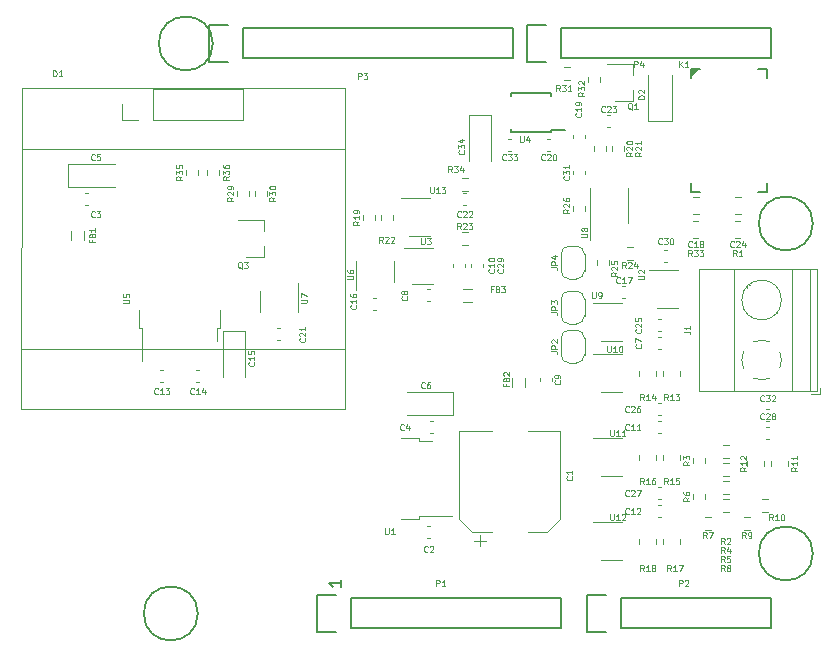
<source format=gbr>
%TF.GenerationSoftware,KiCad,Pcbnew,5.1.12-5.1.12*%
%TF.CreationDate,2021-12-16T19:46:46+00:00*%
%TF.ProjectId,UnoMeter,556e6f4d-6574-4657-922e-6b696361645f,V 0.5*%
%TF.SameCoordinates,Original*%
%TF.FileFunction,Legend,Top*%
%TF.FilePolarity,Positive*%
%FSLAX46Y46*%
G04 Gerber Fmt 4.6, Leading zero omitted, Abs format (unit mm)*
G04 Created by KiCad (PCBNEW 5.1.12-5.1.12) date 2021-12-16 19:46:46*
%MOMM*%
%LPD*%
G01*
G04 APERTURE LIST*
%ADD10C,0.150000*%
%ADD11C,0.120000*%
%ADD12C,0.101600*%
G04 APERTURE END LIST*
D10*
X139390380Y-120999285D02*
X139390380Y-121570714D01*
X139390380Y-121285000D02*
X138390380Y-121285000D01*
X138533238Y-121380238D01*
X138628476Y-121475476D01*
X138676095Y-121570714D01*
D11*
%TO.C,U7*%
X132502000Y-96509000D02*
X132502000Y-98309000D01*
X135722000Y-98309000D02*
X135722000Y-95859000D01*
%TO.C,R36*%
X129046500Y-86249742D02*
X129046500Y-86724258D01*
X128001500Y-86249742D02*
X128001500Y-86724258D01*
%TO.C,R35*%
X127268500Y-86249742D02*
X127268500Y-86724258D01*
X126223500Y-86249742D02*
X126223500Y-86724258D01*
%TO.C,C21*%
X133971420Y-99693000D02*
X134252580Y-99693000D01*
X133971420Y-100713000D02*
X134252580Y-100713000D01*
%TO.C,R34*%
X150097258Y-86980500D02*
X149622742Y-86980500D01*
X150097258Y-88025500D02*
X149622742Y-88025500D01*
%TO.C,D2*%
X165370000Y-82133000D02*
X167370000Y-82133000D01*
X167370000Y-82133000D02*
X167370000Y-78233000D01*
X165370000Y-82133000D02*
X165370000Y-78233000D01*
%TO.C,R33*%
X169645064Y-92048000D02*
X169190936Y-92048000D01*
X169645064Y-90578000D02*
X169190936Y-90578000D01*
%TO.C,R32*%
X161304500Y-78375742D02*
X161304500Y-78850258D01*
X160259500Y-78375742D02*
X160259500Y-78850258D01*
%TO.C,R31*%
X158733258Y-78627500D02*
X158258742Y-78627500D01*
X158733258Y-77582500D02*
X158258742Y-77582500D01*
%TO.C,Q1*%
X164082000Y-80447000D02*
X164082000Y-79517000D01*
X164082000Y-77287000D02*
X164082000Y-78217000D01*
X164082000Y-77287000D02*
X161922000Y-77287000D01*
X164082000Y-80447000D02*
X162622000Y-80447000D01*
D10*
%TO.C,K1*%
X174662000Y-77731000D02*
X175412000Y-77731000D01*
X175412000Y-77731000D02*
X175412000Y-78481000D01*
X169012000Y-77731000D02*
X169012000Y-78481000D01*
X169762000Y-77731000D02*
X169012000Y-77731000D01*
X169612000Y-77731000D02*
X169012000Y-78331000D01*
X169462000Y-77731000D02*
X169012000Y-78181000D01*
X169312000Y-77731000D02*
X169012000Y-78031000D01*
X169162000Y-77731000D02*
X169012000Y-77881000D01*
X175412000Y-87381000D02*
X175412000Y-88131000D01*
X174662000Y-88131000D02*
X175412000Y-88131000D01*
X169012000Y-88131000D02*
X169762000Y-88131000D01*
X169012000Y-87381000D02*
X169012000Y-88131000D01*
D11*
%TO.C,C18*%
X169679252Y-90016000D02*
X169156748Y-90016000D01*
X169679252Y-88546000D02*
X169156748Y-88546000D01*
%TO.C,C24*%
X172712748Y-88546000D02*
X173235252Y-88546000D01*
X172712748Y-90016000D02*
X173235252Y-90016000D01*
%TO.C,U2*%
X166098000Y-97975000D02*
X167898000Y-97975000D01*
X167898000Y-94755000D02*
X165448000Y-94755000D01*
%TO.C,R9*%
X173498742Y-115682500D02*
X173973258Y-115682500D01*
X173498742Y-116727500D02*
X173973258Y-116727500D01*
%TO.C,R8*%
X171720742Y-114158500D02*
X172195258Y-114158500D01*
X171720742Y-115203500D02*
X172195258Y-115203500D01*
%TO.C,R7*%
X170196742Y-115682500D02*
X170671258Y-115682500D01*
X170196742Y-116727500D02*
X170671258Y-116727500D01*
%TO.C,R6*%
X169149500Y-114156258D02*
X169149500Y-113681742D01*
X170194500Y-114156258D02*
X170194500Y-113681742D01*
%TO.C,R5*%
X171720742Y-112634500D02*
X172195258Y-112634500D01*
X171720742Y-113679500D02*
X172195258Y-113679500D01*
%TO.C,R4*%
X172195258Y-112155500D02*
X171720742Y-112155500D01*
X172195258Y-111110500D02*
X171720742Y-111110500D01*
%TO.C,R3*%
X169149500Y-111108258D02*
X169149500Y-110633742D01*
X170194500Y-111108258D02*
X170194500Y-110633742D01*
%TO.C,R2*%
X171720742Y-109586500D02*
X172195258Y-109586500D01*
X171720742Y-110631500D02*
X172195258Y-110631500D01*
%TO.C,R1*%
X172746936Y-90578000D02*
X173201064Y-90578000D01*
X172746936Y-92048000D02*
X173201064Y-92048000D01*
%TO.C,C20*%
X156831420Y-83691000D02*
X157112580Y-83691000D01*
X156831420Y-84711000D02*
X157112580Y-84711000D01*
%TO.C,C19*%
X160022000Y-83298420D02*
X160022000Y-83579580D01*
X159002000Y-83298420D02*
X159002000Y-83579580D01*
%TO.C,C7*%
X166510580Y-101475000D02*
X166229420Y-101475000D01*
X166510580Y-100455000D02*
X166229420Y-100455000D01*
%TO.C,U13*%
X145150000Y-91907000D02*
X146950000Y-91907000D01*
X146950000Y-88687000D02*
X144500000Y-88687000D01*
%TO.C,U12*%
X161406000Y-119339000D02*
X163206000Y-119339000D01*
X163206000Y-116119000D02*
X160756000Y-116119000D01*
%TO.C,U11*%
X161406000Y-112227000D02*
X163206000Y-112227000D01*
X163206000Y-109007000D02*
X160756000Y-109007000D01*
%TO.C,U10*%
X161406000Y-105115000D02*
X163206000Y-105115000D01*
X163206000Y-101895000D02*
X160756000Y-101895000D01*
%TO.C,U9*%
X161406000Y-100797000D02*
X163206000Y-100797000D01*
X163206000Y-97577000D02*
X160756000Y-97577000D01*
%TO.C,U8*%
X163662000Y-89281000D02*
X163662000Y-87781000D01*
X163662000Y-89281000D02*
X163662000Y-90781000D01*
X160442000Y-89281000D02*
X160442000Y-87781000D01*
X160442000Y-89281000D02*
X160442000Y-92206000D01*
%TO.C,R30*%
X132065500Y-88502258D02*
X132065500Y-88027742D01*
X133110500Y-88502258D02*
X133110500Y-88027742D01*
%TO.C,R29*%
X130541500Y-88502258D02*
X130541500Y-88027742D01*
X131586500Y-88502258D02*
X131586500Y-88027742D01*
%TO.C,R26*%
X160034500Y-89297742D02*
X160034500Y-89772258D01*
X158989500Y-89297742D02*
X158989500Y-89772258D01*
%TO.C,R25*%
X162066500Y-93869742D02*
X162066500Y-94344258D01*
X161021500Y-93869742D02*
X161021500Y-94344258D01*
%TO.C,R24*%
X163592742Y-92822500D02*
X164067258Y-92822500D01*
X163592742Y-93867500D02*
X164067258Y-93867500D01*
%TO.C,R23*%
X150097258Y-92597500D02*
X149622742Y-92597500D01*
X150097258Y-91552500D02*
X149622742Y-91552500D01*
%TO.C,R22*%
X143778500Y-90059742D02*
X143778500Y-90534258D01*
X142733500Y-90059742D02*
X142733500Y-90534258D01*
%TO.C,R21*%
X163336500Y-84217742D02*
X163336500Y-84692258D01*
X162291500Y-84217742D02*
X162291500Y-84692258D01*
%TO.C,R20*%
X161812500Y-84217742D02*
X161812500Y-84692258D01*
X160767500Y-84217742D02*
X160767500Y-84692258D01*
%TO.C,R19*%
X141209500Y-90534258D02*
X141209500Y-90059742D01*
X142254500Y-90534258D02*
X142254500Y-90059742D01*
%TO.C,R18*%
X166089000Y-117501936D02*
X166089000Y-117956064D01*
X164619000Y-117501936D02*
X164619000Y-117956064D01*
%TO.C,R17*%
X166651000Y-117956064D02*
X166651000Y-117501936D01*
X168121000Y-117956064D02*
X168121000Y-117501936D01*
%TO.C,R16*%
X166089000Y-110389936D02*
X166089000Y-110844064D01*
X164619000Y-110389936D02*
X164619000Y-110844064D01*
%TO.C,R15*%
X166651000Y-110844064D02*
X166651000Y-110389936D01*
X168121000Y-110844064D02*
X168121000Y-110389936D01*
%TO.C,R14*%
X166089000Y-103277936D02*
X166089000Y-103732064D01*
X164619000Y-103277936D02*
X164619000Y-103732064D01*
%TO.C,R13*%
X166651000Y-103732064D02*
X166651000Y-103277936D01*
X168121000Y-103732064D02*
X168121000Y-103277936D01*
%TO.C,R12*%
X173763000Y-111352064D02*
X173763000Y-110897936D01*
X175233000Y-111352064D02*
X175233000Y-110897936D01*
%TO.C,R11*%
X177265000Y-110897936D02*
X177265000Y-111352064D01*
X175795000Y-110897936D02*
X175795000Y-111352064D01*
%TO.C,R10*%
X175022742Y-114158500D02*
X175497258Y-114158500D01*
X175022742Y-115203500D02*
X175497258Y-115203500D01*
%TO.C,JP4*%
X159304000Y-95507000D02*
X158704000Y-95507000D01*
X160004000Y-93407000D02*
X160004000Y-94807000D01*
X158704000Y-92707000D02*
X159304000Y-92707000D01*
X158004000Y-94807000D02*
X158004000Y-93407000D01*
X158704000Y-95507000D02*
G75*
G02*
X158004000Y-94807000I0J700000D01*
G01*
X160004000Y-94807000D02*
G75*
G02*
X159304000Y-95507000I-700000J0D01*
G01*
X159304000Y-92707000D02*
G75*
G02*
X160004000Y-93407000I0J-700000D01*
G01*
X158004000Y-93407000D02*
G75*
G02*
X158704000Y-92707000I700000J0D01*
G01*
%TO.C,JP3*%
X158704000Y-96517000D02*
X159304000Y-96517000D01*
X158004000Y-98617000D02*
X158004000Y-97217000D01*
X159304000Y-99317000D02*
X158704000Y-99317000D01*
X160004000Y-97217000D02*
X160004000Y-98617000D01*
X159304000Y-96517000D02*
G75*
G02*
X160004000Y-97217000I0J-700000D01*
G01*
X158004000Y-97217000D02*
G75*
G02*
X158704000Y-96517000I700000J0D01*
G01*
X158704000Y-99317000D02*
G75*
G02*
X158004000Y-98617000I0J700000D01*
G01*
X160004000Y-98617000D02*
G75*
G02*
X159304000Y-99317000I-700000J0D01*
G01*
%TO.C,JP2*%
X158704000Y-99819000D02*
X159304000Y-99819000D01*
X158004000Y-101919000D02*
X158004000Y-100519000D01*
X159304000Y-102619000D02*
X158704000Y-102619000D01*
X160004000Y-100519000D02*
X160004000Y-101919000D01*
X159304000Y-99819000D02*
G75*
G02*
X160004000Y-100519000I0J-700000D01*
G01*
X158004000Y-100519000D02*
G75*
G02*
X158704000Y-99819000I700000J0D01*
G01*
X158704000Y-102619000D02*
G75*
G02*
X158004000Y-101919000I0J700000D01*
G01*
X160004000Y-101919000D02*
G75*
G02*
X159304000Y-102619000I-700000J0D01*
G01*
%TO.C,C34*%
X152065000Y-85547000D02*
X152065000Y-81637000D01*
X152065000Y-81637000D02*
X150195000Y-81637000D01*
X150195000Y-81637000D02*
X150195000Y-85547000D01*
%TO.C,C33*%
X153529420Y-83691000D02*
X153810580Y-83691000D01*
X153529420Y-84711000D02*
X153810580Y-84711000D01*
%TO.C,C32*%
X175373420Y-106551000D02*
X175654580Y-106551000D01*
X175373420Y-107571000D02*
X175654580Y-107571000D01*
%TO.C,C31*%
X159002000Y-86627580D02*
X159002000Y-86346420D01*
X160022000Y-86627580D02*
X160022000Y-86346420D01*
%TO.C,C30*%
X167018580Y-94109000D02*
X166737420Y-94109000D01*
X167018580Y-93089000D02*
X166737420Y-93089000D01*
%TO.C,C29*%
X151386000Y-94220420D02*
X151386000Y-94501580D01*
X150366000Y-94220420D02*
X150366000Y-94501580D01*
%TO.C,C28*%
X175373420Y-108075000D02*
X175654580Y-108075000D01*
X175373420Y-109095000D02*
X175654580Y-109095000D01*
%TO.C,C27*%
X166510580Y-114175000D02*
X166229420Y-114175000D01*
X166510580Y-113155000D02*
X166229420Y-113155000D01*
%TO.C,C26*%
X166510580Y-107063000D02*
X166229420Y-107063000D01*
X166510580Y-106043000D02*
X166229420Y-106043000D01*
%TO.C,C25*%
X166510580Y-99951000D02*
X166229420Y-99951000D01*
X166510580Y-98931000D02*
X166229420Y-98931000D01*
%TO.C,C23*%
X161911420Y-81659000D02*
X162192580Y-81659000D01*
X161911420Y-82679000D02*
X162192580Y-82679000D01*
%TO.C,C22*%
X149719420Y-88263000D02*
X150000580Y-88263000D01*
X149719420Y-89283000D02*
X150000580Y-89283000D01*
%TO.C,C17*%
X163462580Y-97157000D02*
X163181420Y-97157000D01*
X163462580Y-96137000D02*
X163181420Y-96137000D01*
%TO.C,C12*%
X166510580Y-115699000D02*
X166229420Y-115699000D01*
X166510580Y-114679000D02*
X166229420Y-114679000D01*
%TO.C,U5*%
X128910000Y-99625000D02*
X128910000Y-100725000D01*
X129180000Y-99625000D02*
X128910000Y-99625000D01*
X129180000Y-98125000D02*
X129180000Y-99625000D01*
X122550000Y-99625000D02*
X122550000Y-102455000D01*
X122280000Y-99625000D02*
X122550000Y-99625000D01*
X122280000Y-98125000D02*
X122280000Y-99625000D01*
%TO.C,U1*%
X145980000Y-109215000D02*
X147080000Y-109215000D01*
X145980000Y-108945000D02*
X145980000Y-109215000D01*
X144480000Y-108945000D02*
X145980000Y-108945000D01*
X145980000Y-115575000D02*
X148810000Y-115575000D01*
X145980000Y-115845000D02*
X145980000Y-115575000D01*
X144480000Y-115845000D02*
X145980000Y-115845000D01*
%TO.C,Q3*%
X132840000Y-93655000D02*
X131380000Y-93655000D01*
X132840000Y-90495000D02*
X130680000Y-90495000D01*
X132840000Y-90495000D02*
X132840000Y-91425000D01*
X132840000Y-93655000D02*
X132840000Y-92725000D01*
%TO.C,FB2*%
X153872000Y-103867378D02*
X153872000Y-104666622D01*
X154992000Y-103867378D02*
X154992000Y-104666622D01*
%TO.C,FB1*%
X116534000Y-91421378D02*
X116534000Y-92220622D01*
X117654000Y-91421378D02*
X117654000Y-92220622D01*
%TO.C,C15*%
X131237000Y-103835000D02*
X131237000Y-99925000D01*
X131237000Y-99925000D02*
X129367000Y-99925000D01*
X129367000Y-99925000D02*
X129367000Y-103835000D01*
%TO.C,C14*%
X127394580Y-103249000D02*
X127113420Y-103249000D01*
X127394580Y-104269000D02*
X127113420Y-104269000D01*
%TO.C,C13*%
X124065420Y-104269000D02*
X124346580Y-104269000D01*
X124065420Y-103249000D02*
X124346580Y-103249000D01*
%TO.C,C9*%
X156208000Y-103872420D02*
X156208000Y-104153580D01*
X157228000Y-103872420D02*
X157228000Y-104153580D01*
%TO.C,C6*%
X148868000Y-105110000D02*
X144958000Y-105110000D01*
X148868000Y-106980000D02*
X148868000Y-105110000D01*
X144958000Y-106980000D02*
X148868000Y-106980000D01*
%TO.C,C5*%
X116308000Y-87676000D02*
X120218000Y-87676000D01*
X116308000Y-85806000D02*
X116308000Y-87676000D01*
X120218000Y-85806000D02*
X116308000Y-85806000D01*
%TO.C,C4*%
X147206580Y-107567000D02*
X146925420Y-107567000D01*
X147206580Y-108587000D02*
X146925420Y-108587000D01*
%TO.C,C3*%
X117715420Y-89283000D02*
X117996580Y-89283000D01*
X117715420Y-88263000D02*
X117996580Y-88263000D01*
%TO.C,C2*%
X146952580Y-116457000D02*
X146671420Y-116457000D01*
X146952580Y-117477000D02*
X146671420Y-117477000D01*
%TO.C,C1*%
X150660000Y-117649000D02*
X151660000Y-117649000D01*
X151160000Y-118149000D02*
X151160000Y-117149000D01*
X156865563Y-116909000D02*
X157930000Y-115844563D01*
X150474437Y-116909000D02*
X149410000Y-115844563D01*
X150474437Y-116909000D02*
X152160000Y-116909000D01*
X156865563Y-116909000D02*
X155180000Y-116909000D01*
X157930000Y-115844563D02*
X157930000Y-108389000D01*
X149410000Y-115844563D02*
X149410000Y-108389000D01*
X149410000Y-108389000D02*
X152160000Y-108389000D01*
X157930000Y-108389000D02*
X155180000Y-108389000D01*
%TO.C,C10*%
X148842000Y-94220420D02*
X148842000Y-94501580D01*
X149862000Y-94220420D02*
X149862000Y-94501580D01*
%TO.C,U6*%
X140630000Y-93969000D02*
X140630000Y-96419000D01*
X143850000Y-95769000D02*
X143850000Y-93969000D01*
%TO.C,FB3*%
X149714378Y-97461000D02*
X150513622Y-97461000D01*
X149714378Y-96341000D02*
X150513622Y-96341000D01*
D10*
%TO.C,U4*%
X157123000Y-83082000D02*
X157123000Y-82857000D01*
X153773000Y-83082000D02*
X153773000Y-82782000D01*
X153773000Y-79732000D02*
X153773000Y-80032000D01*
X157123000Y-79732000D02*
X157123000Y-80032000D01*
X157123000Y-83082000D02*
X153773000Y-83082000D01*
X157123000Y-79732000D02*
X153773000Y-79732000D01*
X157123000Y-82857000D02*
X158348000Y-82857000D01*
D11*
%TO.C,J1*%
X179898000Y-105205000D02*
X179898000Y-104705000D01*
X179158000Y-105205000D02*
X179898000Y-105205000D01*
X176021000Y-98512000D02*
X176067000Y-98559000D01*
X173723000Y-96215000D02*
X173759000Y-96250000D01*
X176237000Y-98319000D02*
X176272000Y-98354000D01*
X173929000Y-96010000D02*
X173975000Y-96057000D01*
X169737000Y-94685000D02*
X179658000Y-94685000D01*
X169737000Y-104965000D02*
X179658000Y-104965000D01*
X179658000Y-104965000D02*
X179658000Y-94685000D01*
X169737000Y-104965000D02*
X169737000Y-94685000D01*
X172697000Y-104965000D02*
X172697000Y-94685000D01*
X177598000Y-104965000D02*
X177598000Y-94685000D01*
X179098000Y-104965000D02*
X179098000Y-94685000D01*
X176678000Y-97285000D02*
G75*
G03*
X176678000Y-97285000I-1680000J0D01*
G01*
X176678253Y-102336195D02*
G75*
G02*
X176533000Y-103049000I-1680253J-28805D01*
G01*
X175681042Y-103900426D02*
G75*
G02*
X174314000Y-103900000I-683042J1535426D01*
G01*
X173462574Y-103048042D02*
G75*
G02*
X173463000Y-101681000I1535426J683042D01*
G01*
X174314958Y-100829574D02*
G75*
G02*
X175682000Y-100830000I683042J-1535426D01*
G01*
X176532756Y-101681682D02*
G75*
G02*
X176678000Y-102365000I-1534756J-683318D01*
G01*
%TO.C,U3*%
X147184000Y-92851000D02*
X144754000Y-92851000D01*
X145424000Y-95921000D02*
X147184000Y-95921000D01*
%TO.C,D1*%
X131124000Y-82060000D02*
X131124000Y-79400000D01*
X122174000Y-82060000D02*
X120844000Y-82060000D01*
X120844000Y-82060000D02*
X120844000Y-80730000D01*
X123444000Y-82060000D02*
X131124000Y-82060000D01*
X123444000Y-82060000D02*
X123444000Y-79400000D01*
X123444000Y-79400000D02*
X131124000Y-79400000D01*
X139700000Y-106511000D02*
X139700000Y-79333000D01*
X112309000Y-101430000D02*
X139700000Y-101431000D01*
X112384000Y-84540000D02*
X139700000Y-84540000D01*
X112268000Y-106511000D02*
X112395000Y-79333000D01*
X139700000Y-106511000D02*
X112268000Y-106511000D01*
X112395000Y-79333000D02*
X139700000Y-79333000D01*
%TO.C,C16*%
X142380580Y-97153000D02*
X142099420Y-97153000D01*
X142380580Y-98173000D02*
X142099420Y-98173000D01*
%TO.C,C11*%
X166510580Y-107567000D02*
X166229420Y-107567000D01*
X166510580Y-108587000D02*
X166229420Y-108587000D01*
%TO.C,C8*%
X146952580Y-97411000D02*
X146671420Y-97411000D01*
X146952580Y-96391000D02*
X146671420Y-96391000D01*
D10*
%TO.C,P1*%
X140208000Y-125095000D02*
X157988000Y-125095000D01*
X157988000Y-125095000D02*
X157988000Y-122555000D01*
X157988000Y-122555000D02*
X140208000Y-122555000D01*
X137388000Y-125375000D02*
X138938000Y-125375000D01*
X140208000Y-125095000D02*
X140208000Y-122555000D01*
X138938000Y-122275000D02*
X137388000Y-122275000D01*
X137388000Y-122275000D02*
X137388000Y-125375000D01*
%TO.C,P2*%
X163068000Y-125095000D02*
X175768000Y-125095000D01*
X175768000Y-125095000D02*
X175768000Y-122555000D01*
X175768000Y-122555000D02*
X163068000Y-122555000D01*
X160248000Y-125375000D02*
X161798000Y-125375000D01*
X163068000Y-125095000D02*
X163068000Y-122555000D01*
X161798000Y-122275000D02*
X160248000Y-122275000D01*
X160248000Y-122275000D02*
X160248000Y-125375000D01*
%TO.C,P3*%
X131064000Y-76835000D02*
X153924000Y-76835000D01*
X153924000Y-76835000D02*
X153924000Y-74295000D01*
X153924000Y-74295000D02*
X131064000Y-74295000D01*
X128244000Y-77115000D02*
X129794000Y-77115000D01*
X131064000Y-76835000D02*
X131064000Y-74295000D01*
X129794000Y-74015000D02*
X128244000Y-74015000D01*
X128244000Y-74015000D02*
X128244000Y-77115000D01*
%TO.C,P4*%
X157988000Y-76835000D02*
X175768000Y-76835000D01*
X175768000Y-76835000D02*
X175768000Y-74295000D01*
X175768000Y-74295000D02*
X157988000Y-74295000D01*
X155168000Y-77115000D02*
X156718000Y-77115000D01*
X157988000Y-76835000D02*
X157988000Y-74295000D01*
X156718000Y-74015000D02*
X155168000Y-74015000D01*
X155168000Y-74015000D02*
X155168000Y-77115000D01*
%TO.C,P5*%
X127254000Y-123825000D02*
G75*
G03*
X127254000Y-123825000I-2286000J0D01*
G01*
%TO.C,P6*%
X179324000Y-118745000D02*
G75*
G03*
X179324000Y-118745000I-2286000J0D01*
G01*
%TO.C,P7*%
X128524000Y-75565000D02*
G75*
G03*
X128524000Y-75565000I-2286000J0D01*
G01*
%TO.C,P8*%
X179324000Y-90805000D02*
G75*
G03*
X179324000Y-90805000I-2286000J0D01*
G01*
%TO.C,U7*%
D12*
X135992809Y-97542047D02*
X136404047Y-97542047D01*
X136452428Y-97517857D01*
X136476619Y-97493666D01*
X136500809Y-97445285D01*
X136500809Y-97348523D01*
X136476619Y-97300142D01*
X136452428Y-97275952D01*
X136404047Y-97251761D01*
X135992809Y-97251761D01*
X135992809Y-97058238D02*
X135992809Y-96719571D01*
X136500809Y-96937285D01*
%TO.C,R36*%
X129896809Y-86813571D02*
X129654904Y-86982904D01*
X129896809Y-87103857D02*
X129388809Y-87103857D01*
X129388809Y-86910333D01*
X129413000Y-86861952D01*
X129437190Y-86837761D01*
X129485571Y-86813571D01*
X129558142Y-86813571D01*
X129606523Y-86837761D01*
X129630714Y-86861952D01*
X129654904Y-86910333D01*
X129654904Y-87103857D01*
X129388809Y-86644238D02*
X129388809Y-86329761D01*
X129582333Y-86499095D01*
X129582333Y-86426523D01*
X129606523Y-86378142D01*
X129630714Y-86353952D01*
X129679095Y-86329761D01*
X129800047Y-86329761D01*
X129848428Y-86353952D01*
X129872619Y-86378142D01*
X129896809Y-86426523D01*
X129896809Y-86571666D01*
X129872619Y-86620047D01*
X129848428Y-86644238D01*
X129388809Y-85894333D02*
X129388809Y-85991095D01*
X129413000Y-86039476D01*
X129437190Y-86063666D01*
X129509761Y-86112047D01*
X129606523Y-86136238D01*
X129800047Y-86136238D01*
X129848428Y-86112047D01*
X129872619Y-86087857D01*
X129896809Y-86039476D01*
X129896809Y-85942714D01*
X129872619Y-85894333D01*
X129848428Y-85870142D01*
X129800047Y-85845952D01*
X129679095Y-85845952D01*
X129630714Y-85870142D01*
X129606523Y-85894333D01*
X129582333Y-85942714D01*
X129582333Y-86039476D01*
X129606523Y-86087857D01*
X129630714Y-86112047D01*
X129679095Y-86136238D01*
%TO.C,R35*%
X125959809Y-86813571D02*
X125717904Y-86982904D01*
X125959809Y-87103857D02*
X125451809Y-87103857D01*
X125451809Y-86910333D01*
X125476000Y-86861952D01*
X125500190Y-86837761D01*
X125548571Y-86813571D01*
X125621142Y-86813571D01*
X125669523Y-86837761D01*
X125693714Y-86861952D01*
X125717904Y-86910333D01*
X125717904Y-87103857D01*
X125451809Y-86644238D02*
X125451809Y-86329761D01*
X125645333Y-86499095D01*
X125645333Y-86426523D01*
X125669523Y-86378142D01*
X125693714Y-86353952D01*
X125742095Y-86329761D01*
X125863047Y-86329761D01*
X125911428Y-86353952D01*
X125935619Y-86378142D01*
X125959809Y-86426523D01*
X125959809Y-86571666D01*
X125935619Y-86620047D01*
X125911428Y-86644238D01*
X125451809Y-85870142D02*
X125451809Y-86112047D01*
X125693714Y-86136238D01*
X125669523Y-86112047D01*
X125645333Y-86063666D01*
X125645333Y-85942714D01*
X125669523Y-85894333D01*
X125693714Y-85870142D01*
X125742095Y-85845952D01*
X125863047Y-85845952D01*
X125911428Y-85870142D01*
X125935619Y-85894333D01*
X125959809Y-85942714D01*
X125959809Y-86063666D01*
X125935619Y-86112047D01*
X125911428Y-86136238D01*
%TO.C,C21*%
X136325428Y-100529571D02*
X136349619Y-100553761D01*
X136373809Y-100626333D01*
X136373809Y-100674714D01*
X136349619Y-100747285D01*
X136301238Y-100795666D01*
X136252857Y-100819857D01*
X136156095Y-100844047D01*
X136083523Y-100844047D01*
X135986761Y-100819857D01*
X135938380Y-100795666D01*
X135890000Y-100747285D01*
X135865809Y-100674714D01*
X135865809Y-100626333D01*
X135890000Y-100553761D01*
X135914190Y-100529571D01*
X135914190Y-100336047D02*
X135890000Y-100311857D01*
X135865809Y-100263476D01*
X135865809Y-100142523D01*
X135890000Y-100094142D01*
X135914190Y-100069952D01*
X135962571Y-100045761D01*
X136010952Y-100045761D01*
X136083523Y-100069952D01*
X136373809Y-100360238D01*
X136373809Y-100045761D01*
X136373809Y-99561952D02*
X136373809Y-99852238D01*
X136373809Y-99707095D02*
X135865809Y-99707095D01*
X135938380Y-99755476D01*
X135986761Y-99803857D01*
X136010952Y-99852238D01*
%TO.C,R34*%
X148771428Y-86462809D02*
X148602095Y-86220904D01*
X148481142Y-86462809D02*
X148481142Y-85954809D01*
X148674666Y-85954809D01*
X148723047Y-85979000D01*
X148747238Y-86003190D01*
X148771428Y-86051571D01*
X148771428Y-86124142D01*
X148747238Y-86172523D01*
X148723047Y-86196714D01*
X148674666Y-86220904D01*
X148481142Y-86220904D01*
X148940761Y-85954809D02*
X149255238Y-85954809D01*
X149085904Y-86148333D01*
X149158476Y-86148333D01*
X149206857Y-86172523D01*
X149231047Y-86196714D01*
X149255238Y-86245095D01*
X149255238Y-86366047D01*
X149231047Y-86414428D01*
X149206857Y-86438619D01*
X149158476Y-86462809D01*
X149013333Y-86462809D01*
X148964952Y-86438619D01*
X148940761Y-86414428D01*
X149690666Y-86124142D02*
X149690666Y-86462809D01*
X149569714Y-85930619D02*
X149448761Y-86293476D01*
X149763238Y-86293476D01*
%TO.C,D2*%
X165075809Y-80257952D02*
X164567809Y-80257952D01*
X164567809Y-80137000D01*
X164592000Y-80064428D01*
X164640380Y-80016047D01*
X164688761Y-79991857D01*
X164785523Y-79967666D01*
X164858095Y-79967666D01*
X164954857Y-79991857D01*
X165003238Y-80016047D01*
X165051619Y-80064428D01*
X165075809Y-80137000D01*
X165075809Y-80257952D01*
X164616190Y-79774142D02*
X164592000Y-79749952D01*
X164567809Y-79701571D01*
X164567809Y-79580619D01*
X164592000Y-79532238D01*
X164616190Y-79508047D01*
X164664571Y-79483857D01*
X164712952Y-79483857D01*
X164785523Y-79508047D01*
X165075809Y-79798333D01*
X165075809Y-79483857D01*
%TO.C,R33*%
X169091428Y-93574809D02*
X168922095Y-93332904D01*
X168801142Y-93574809D02*
X168801142Y-93066809D01*
X168994666Y-93066809D01*
X169043047Y-93091000D01*
X169067238Y-93115190D01*
X169091428Y-93163571D01*
X169091428Y-93236142D01*
X169067238Y-93284523D01*
X169043047Y-93308714D01*
X168994666Y-93332904D01*
X168801142Y-93332904D01*
X169260761Y-93066809D02*
X169575238Y-93066809D01*
X169405904Y-93260333D01*
X169478476Y-93260333D01*
X169526857Y-93284523D01*
X169551047Y-93308714D01*
X169575238Y-93357095D01*
X169575238Y-93478047D01*
X169551047Y-93526428D01*
X169526857Y-93550619D01*
X169478476Y-93574809D01*
X169333333Y-93574809D01*
X169284952Y-93550619D01*
X169260761Y-93526428D01*
X169744571Y-93066809D02*
X170059047Y-93066809D01*
X169889714Y-93260333D01*
X169962285Y-93260333D01*
X170010666Y-93284523D01*
X170034857Y-93308714D01*
X170059047Y-93357095D01*
X170059047Y-93478047D01*
X170034857Y-93526428D01*
X170010666Y-93550619D01*
X169962285Y-93574809D01*
X169817142Y-93574809D01*
X169768761Y-93550619D01*
X169744571Y-93526428D01*
%TO.C,R32*%
X159995809Y-79701571D02*
X159753904Y-79870904D01*
X159995809Y-79991857D02*
X159487809Y-79991857D01*
X159487809Y-79798333D01*
X159512000Y-79749952D01*
X159536190Y-79725761D01*
X159584571Y-79701571D01*
X159657142Y-79701571D01*
X159705523Y-79725761D01*
X159729714Y-79749952D01*
X159753904Y-79798333D01*
X159753904Y-79991857D01*
X159487809Y-79532238D02*
X159487809Y-79217761D01*
X159681333Y-79387095D01*
X159681333Y-79314523D01*
X159705523Y-79266142D01*
X159729714Y-79241952D01*
X159778095Y-79217761D01*
X159899047Y-79217761D01*
X159947428Y-79241952D01*
X159971619Y-79266142D01*
X159995809Y-79314523D01*
X159995809Y-79459666D01*
X159971619Y-79508047D01*
X159947428Y-79532238D01*
X159536190Y-79024238D02*
X159512000Y-79000047D01*
X159487809Y-78951666D01*
X159487809Y-78830714D01*
X159512000Y-78782333D01*
X159536190Y-78758142D01*
X159584571Y-78733952D01*
X159632952Y-78733952D01*
X159705523Y-78758142D01*
X159995809Y-79048428D01*
X159995809Y-78733952D01*
%TO.C,R31*%
X157915428Y-79604809D02*
X157746095Y-79362904D01*
X157625142Y-79604809D02*
X157625142Y-79096809D01*
X157818666Y-79096809D01*
X157867047Y-79121000D01*
X157891238Y-79145190D01*
X157915428Y-79193571D01*
X157915428Y-79266142D01*
X157891238Y-79314523D01*
X157867047Y-79338714D01*
X157818666Y-79362904D01*
X157625142Y-79362904D01*
X158084761Y-79096809D02*
X158399238Y-79096809D01*
X158229904Y-79290333D01*
X158302476Y-79290333D01*
X158350857Y-79314523D01*
X158375047Y-79338714D01*
X158399238Y-79387095D01*
X158399238Y-79508047D01*
X158375047Y-79556428D01*
X158350857Y-79580619D01*
X158302476Y-79604809D01*
X158157333Y-79604809D01*
X158108952Y-79580619D01*
X158084761Y-79556428D01*
X158883047Y-79604809D02*
X158592761Y-79604809D01*
X158737904Y-79604809D02*
X158737904Y-79096809D01*
X158689523Y-79169380D01*
X158641142Y-79217761D01*
X158592761Y-79241952D01*
%TO.C,Q1*%
X164035619Y-81177190D02*
X163987238Y-81153000D01*
X163938857Y-81104619D01*
X163866285Y-81032047D01*
X163817904Y-81007857D01*
X163769523Y-81007857D01*
X163793714Y-81128809D02*
X163745333Y-81104619D01*
X163696952Y-81056238D01*
X163672761Y-80959476D01*
X163672761Y-80790142D01*
X163696952Y-80693380D01*
X163745333Y-80645000D01*
X163793714Y-80620809D01*
X163890476Y-80620809D01*
X163938857Y-80645000D01*
X163987238Y-80693380D01*
X164011428Y-80790142D01*
X164011428Y-80959476D01*
X163987238Y-81056238D01*
X163938857Y-81104619D01*
X163890476Y-81128809D01*
X163793714Y-81128809D01*
X164495238Y-81128809D02*
X164204952Y-81128809D01*
X164350095Y-81128809D02*
X164350095Y-80620809D01*
X164301714Y-80693380D01*
X164253333Y-80741761D01*
X164204952Y-80765952D01*
%TO.C,K1*%
X168027047Y-77572809D02*
X168027047Y-77064809D01*
X168317333Y-77572809D02*
X168099619Y-77282523D01*
X168317333Y-77064809D02*
X168027047Y-77355095D01*
X168801142Y-77572809D02*
X168510857Y-77572809D01*
X168656000Y-77572809D02*
X168656000Y-77064809D01*
X168607619Y-77137380D01*
X168559238Y-77185761D01*
X168510857Y-77209952D01*
%TO.C,C18*%
X169091428Y-92764428D02*
X169067238Y-92788619D01*
X168994666Y-92812809D01*
X168946285Y-92812809D01*
X168873714Y-92788619D01*
X168825333Y-92740238D01*
X168801142Y-92691857D01*
X168776952Y-92595095D01*
X168776952Y-92522523D01*
X168801142Y-92425761D01*
X168825333Y-92377380D01*
X168873714Y-92329000D01*
X168946285Y-92304809D01*
X168994666Y-92304809D01*
X169067238Y-92329000D01*
X169091428Y-92353190D01*
X169575238Y-92812809D02*
X169284952Y-92812809D01*
X169430095Y-92812809D02*
X169430095Y-92304809D01*
X169381714Y-92377380D01*
X169333333Y-92425761D01*
X169284952Y-92449952D01*
X169865523Y-92522523D02*
X169817142Y-92498333D01*
X169792952Y-92474142D01*
X169768761Y-92425761D01*
X169768761Y-92401571D01*
X169792952Y-92353190D01*
X169817142Y-92329000D01*
X169865523Y-92304809D01*
X169962285Y-92304809D01*
X170010666Y-92329000D01*
X170034857Y-92353190D01*
X170059047Y-92401571D01*
X170059047Y-92425761D01*
X170034857Y-92474142D01*
X170010666Y-92498333D01*
X169962285Y-92522523D01*
X169865523Y-92522523D01*
X169817142Y-92546714D01*
X169792952Y-92570904D01*
X169768761Y-92619285D01*
X169768761Y-92716047D01*
X169792952Y-92764428D01*
X169817142Y-92788619D01*
X169865523Y-92812809D01*
X169962285Y-92812809D01*
X170010666Y-92788619D01*
X170034857Y-92764428D01*
X170059047Y-92716047D01*
X170059047Y-92619285D01*
X170034857Y-92570904D01*
X170010666Y-92546714D01*
X169962285Y-92522523D01*
%TO.C,C24*%
X172647428Y-92764428D02*
X172623238Y-92788619D01*
X172550666Y-92812809D01*
X172502285Y-92812809D01*
X172429714Y-92788619D01*
X172381333Y-92740238D01*
X172357142Y-92691857D01*
X172332952Y-92595095D01*
X172332952Y-92522523D01*
X172357142Y-92425761D01*
X172381333Y-92377380D01*
X172429714Y-92329000D01*
X172502285Y-92304809D01*
X172550666Y-92304809D01*
X172623238Y-92329000D01*
X172647428Y-92353190D01*
X172840952Y-92353190D02*
X172865142Y-92329000D01*
X172913523Y-92304809D01*
X173034476Y-92304809D01*
X173082857Y-92329000D01*
X173107047Y-92353190D01*
X173131238Y-92401571D01*
X173131238Y-92449952D01*
X173107047Y-92522523D01*
X172816761Y-92812809D01*
X173131238Y-92812809D01*
X173566666Y-92474142D02*
X173566666Y-92812809D01*
X173445714Y-92280619D02*
X173324761Y-92643476D01*
X173639238Y-92643476D01*
%TO.C,U2*%
X164567809Y-95510047D02*
X164979047Y-95510047D01*
X165027428Y-95485857D01*
X165051619Y-95461666D01*
X165075809Y-95413285D01*
X165075809Y-95316523D01*
X165051619Y-95268142D01*
X165027428Y-95243952D01*
X164979047Y-95219761D01*
X164567809Y-95219761D01*
X164616190Y-95002047D02*
X164592000Y-94977857D01*
X164567809Y-94929476D01*
X164567809Y-94808523D01*
X164592000Y-94760142D01*
X164616190Y-94735952D01*
X164664571Y-94711761D01*
X164712952Y-94711761D01*
X164785523Y-94735952D01*
X165075809Y-95026238D01*
X165075809Y-94711761D01*
%TO.C,R9*%
X173651333Y-117450809D02*
X173482000Y-117208904D01*
X173361047Y-117450809D02*
X173361047Y-116942809D01*
X173554571Y-116942809D01*
X173602952Y-116967000D01*
X173627142Y-116991190D01*
X173651333Y-117039571D01*
X173651333Y-117112142D01*
X173627142Y-117160523D01*
X173602952Y-117184714D01*
X173554571Y-117208904D01*
X173361047Y-117208904D01*
X173893238Y-117450809D02*
X173990000Y-117450809D01*
X174038380Y-117426619D01*
X174062571Y-117402428D01*
X174110952Y-117329857D01*
X174135142Y-117233095D01*
X174135142Y-117039571D01*
X174110952Y-116991190D01*
X174086761Y-116967000D01*
X174038380Y-116942809D01*
X173941619Y-116942809D01*
X173893238Y-116967000D01*
X173869047Y-116991190D01*
X173844857Y-117039571D01*
X173844857Y-117160523D01*
X173869047Y-117208904D01*
X173893238Y-117233095D01*
X173941619Y-117257285D01*
X174038380Y-117257285D01*
X174086761Y-117233095D01*
X174110952Y-117208904D01*
X174135142Y-117160523D01*
%TO.C,R8*%
X171873333Y-120244809D02*
X171704000Y-120002904D01*
X171583047Y-120244809D02*
X171583047Y-119736809D01*
X171776571Y-119736809D01*
X171824952Y-119761000D01*
X171849142Y-119785190D01*
X171873333Y-119833571D01*
X171873333Y-119906142D01*
X171849142Y-119954523D01*
X171824952Y-119978714D01*
X171776571Y-120002904D01*
X171583047Y-120002904D01*
X172163619Y-119954523D02*
X172115238Y-119930333D01*
X172091047Y-119906142D01*
X172066857Y-119857761D01*
X172066857Y-119833571D01*
X172091047Y-119785190D01*
X172115238Y-119761000D01*
X172163619Y-119736809D01*
X172260380Y-119736809D01*
X172308761Y-119761000D01*
X172332952Y-119785190D01*
X172357142Y-119833571D01*
X172357142Y-119857761D01*
X172332952Y-119906142D01*
X172308761Y-119930333D01*
X172260380Y-119954523D01*
X172163619Y-119954523D01*
X172115238Y-119978714D01*
X172091047Y-120002904D01*
X172066857Y-120051285D01*
X172066857Y-120148047D01*
X172091047Y-120196428D01*
X172115238Y-120220619D01*
X172163619Y-120244809D01*
X172260380Y-120244809D01*
X172308761Y-120220619D01*
X172332952Y-120196428D01*
X172357142Y-120148047D01*
X172357142Y-120051285D01*
X172332952Y-120002904D01*
X172308761Y-119978714D01*
X172260380Y-119954523D01*
%TO.C,R7*%
X170349333Y-117450809D02*
X170180000Y-117208904D01*
X170059047Y-117450809D02*
X170059047Y-116942809D01*
X170252571Y-116942809D01*
X170300952Y-116967000D01*
X170325142Y-116991190D01*
X170349333Y-117039571D01*
X170349333Y-117112142D01*
X170325142Y-117160523D01*
X170300952Y-117184714D01*
X170252571Y-117208904D01*
X170059047Y-117208904D01*
X170518666Y-116942809D02*
X170857333Y-116942809D01*
X170639619Y-117450809D01*
%TO.C,R6*%
X168885809Y-114003666D02*
X168643904Y-114173000D01*
X168885809Y-114293952D02*
X168377809Y-114293952D01*
X168377809Y-114100428D01*
X168402000Y-114052047D01*
X168426190Y-114027857D01*
X168474571Y-114003666D01*
X168547142Y-114003666D01*
X168595523Y-114027857D01*
X168619714Y-114052047D01*
X168643904Y-114100428D01*
X168643904Y-114293952D01*
X168377809Y-113568238D02*
X168377809Y-113665000D01*
X168402000Y-113713380D01*
X168426190Y-113737571D01*
X168498761Y-113785952D01*
X168595523Y-113810142D01*
X168789047Y-113810142D01*
X168837428Y-113785952D01*
X168861619Y-113761761D01*
X168885809Y-113713380D01*
X168885809Y-113616619D01*
X168861619Y-113568238D01*
X168837428Y-113544047D01*
X168789047Y-113519857D01*
X168668095Y-113519857D01*
X168619714Y-113544047D01*
X168595523Y-113568238D01*
X168571333Y-113616619D01*
X168571333Y-113713380D01*
X168595523Y-113761761D01*
X168619714Y-113785952D01*
X168668095Y-113810142D01*
%TO.C,R5*%
X171873333Y-119482809D02*
X171704000Y-119240904D01*
X171583047Y-119482809D02*
X171583047Y-118974809D01*
X171776571Y-118974809D01*
X171824952Y-118999000D01*
X171849142Y-119023190D01*
X171873333Y-119071571D01*
X171873333Y-119144142D01*
X171849142Y-119192523D01*
X171824952Y-119216714D01*
X171776571Y-119240904D01*
X171583047Y-119240904D01*
X172332952Y-118974809D02*
X172091047Y-118974809D01*
X172066857Y-119216714D01*
X172091047Y-119192523D01*
X172139428Y-119168333D01*
X172260380Y-119168333D01*
X172308761Y-119192523D01*
X172332952Y-119216714D01*
X172357142Y-119265095D01*
X172357142Y-119386047D01*
X172332952Y-119434428D01*
X172308761Y-119458619D01*
X172260380Y-119482809D01*
X172139428Y-119482809D01*
X172091047Y-119458619D01*
X172066857Y-119434428D01*
%TO.C,R4*%
X171873333Y-118720809D02*
X171704000Y-118478904D01*
X171583047Y-118720809D02*
X171583047Y-118212809D01*
X171776571Y-118212809D01*
X171824952Y-118237000D01*
X171849142Y-118261190D01*
X171873333Y-118309571D01*
X171873333Y-118382142D01*
X171849142Y-118430523D01*
X171824952Y-118454714D01*
X171776571Y-118478904D01*
X171583047Y-118478904D01*
X172308761Y-118382142D02*
X172308761Y-118720809D01*
X172187809Y-118188619D02*
X172066857Y-118551476D01*
X172381333Y-118551476D01*
%TO.C,R3*%
X168885809Y-110955666D02*
X168643904Y-111125000D01*
X168885809Y-111245952D02*
X168377809Y-111245952D01*
X168377809Y-111052428D01*
X168402000Y-111004047D01*
X168426190Y-110979857D01*
X168474571Y-110955666D01*
X168547142Y-110955666D01*
X168595523Y-110979857D01*
X168619714Y-111004047D01*
X168643904Y-111052428D01*
X168643904Y-111245952D01*
X168377809Y-110786333D02*
X168377809Y-110471857D01*
X168571333Y-110641190D01*
X168571333Y-110568619D01*
X168595523Y-110520238D01*
X168619714Y-110496047D01*
X168668095Y-110471857D01*
X168789047Y-110471857D01*
X168837428Y-110496047D01*
X168861619Y-110520238D01*
X168885809Y-110568619D01*
X168885809Y-110713761D01*
X168861619Y-110762142D01*
X168837428Y-110786333D01*
%TO.C,R2*%
X171873333Y-117958809D02*
X171704000Y-117716904D01*
X171583047Y-117958809D02*
X171583047Y-117450809D01*
X171776571Y-117450809D01*
X171824952Y-117475000D01*
X171849142Y-117499190D01*
X171873333Y-117547571D01*
X171873333Y-117620142D01*
X171849142Y-117668523D01*
X171824952Y-117692714D01*
X171776571Y-117716904D01*
X171583047Y-117716904D01*
X172066857Y-117499190D02*
X172091047Y-117475000D01*
X172139428Y-117450809D01*
X172260380Y-117450809D01*
X172308761Y-117475000D01*
X172332952Y-117499190D01*
X172357142Y-117547571D01*
X172357142Y-117595952D01*
X172332952Y-117668523D01*
X172042666Y-117958809D01*
X172357142Y-117958809D01*
%TO.C,R1*%
X172889333Y-93574809D02*
X172720000Y-93332904D01*
X172599047Y-93574809D02*
X172599047Y-93066809D01*
X172792571Y-93066809D01*
X172840952Y-93091000D01*
X172865142Y-93115190D01*
X172889333Y-93163571D01*
X172889333Y-93236142D01*
X172865142Y-93284523D01*
X172840952Y-93308714D01*
X172792571Y-93332904D01*
X172599047Y-93332904D01*
X173373142Y-93574809D02*
X173082857Y-93574809D01*
X173228000Y-93574809D02*
X173228000Y-93066809D01*
X173179619Y-93139380D01*
X173131238Y-93187761D01*
X173082857Y-93211952D01*
%TO.C,C20*%
X156645428Y-85398428D02*
X156621238Y-85422619D01*
X156548666Y-85446809D01*
X156500285Y-85446809D01*
X156427714Y-85422619D01*
X156379333Y-85374238D01*
X156355142Y-85325857D01*
X156330952Y-85229095D01*
X156330952Y-85156523D01*
X156355142Y-85059761D01*
X156379333Y-85011380D01*
X156427714Y-84963000D01*
X156500285Y-84938809D01*
X156548666Y-84938809D01*
X156621238Y-84963000D01*
X156645428Y-84987190D01*
X156838952Y-84987190D02*
X156863142Y-84963000D01*
X156911523Y-84938809D01*
X157032476Y-84938809D01*
X157080857Y-84963000D01*
X157105047Y-84987190D01*
X157129238Y-85035571D01*
X157129238Y-85083952D01*
X157105047Y-85156523D01*
X156814761Y-85446809D01*
X157129238Y-85446809D01*
X157443714Y-84938809D02*
X157492095Y-84938809D01*
X157540476Y-84963000D01*
X157564666Y-84987190D01*
X157588857Y-85035571D01*
X157613047Y-85132333D01*
X157613047Y-85253285D01*
X157588857Y-85350047D01*
X157564666Y-85398428D01*
X157540476Y-85422619D01*
X157492095Y-85446809D01*
X157443714Y-85446809D01*
X157395333Y-85422619D01*
X157371142Y-85398428D01*
X157346952Y-85350047D01*
X157322761Y-85253285D01*
X157322761Y-85132333D01*
X157346952Y-85035571D01*
X157371142Y-84987190D01*
X157395333Y-84963000D01*
X157443714Y-84938809D01*
%TO.C,C19*%
X159693428Y-81479571D02*
X159717619Y-81503761D01*
X159741809Y-81576333D01*
X159741809Y-81624714D01*
X159717619Y-81697285D01*
X159669238Y-81745666D01*
X159620857Y-81769857D01*
X159524095Y-81794047D01*
X159451523Y-81794047D01*
X159354761Y-81769857D01*
X159306380Y-81745666D01*
X159258000Y-81697285D01*
X159233809Y-81624714D01*
X159233809Y-81576333D01*
X159258000Y-81503761D01*
X159282190Y-81479571D01*
X159741809Y-80995761D02*
X159741809Y-81286047D01*
X159741809Y-81140904D02*
X159233809Y-81140904D01*
X159306380Y-81189285D01*
X159354761Y-81237666D01*
X159378952Y-81286047D01*
X159741809Y-80753857D02*
X159741809Y-80657095D01*
X159717619Y-80608714D01*
X159693428Y-80584523D01*
X159620857Y-80536142D01*
X159524095Y-80511952D01*
X159330571Y-80511952D01*
X159282190Y-80536142D01*
X159258000Y-80560333D01*
X159233809Y-80608714D01*
X159233809Y-80705476D01*
X159258000Y-80753857D01*
X159282190Y-80778047D01*
X159330571Y-80802238D01*
X159451523Y-80802238D01*
X159499904Y-80778047D01*
X159524095Y-80753857D01*
X159548285Y-80705476D01*
X159548285Y-80608714D01*
X159524095Y-80560333D01*
X159499904Y-80536142D01*
X159451523Y-80511952D01*
%TO.C,C7*%
X164773428Y-101049666D02*
X164797619Y-101073857D01*
X164821809Y-101146428D01*
X164821809Y-101194809D01*
X164797619Y-101267380D01*
X164749238Y-101315761D01*
X164700857Y-101339952D01*
X164604095Y-101364142D01*
X164531523Y-101364142D01*
X164434761Y-101339952D01*
X164386380Y-101315761D01*
X164338000Y-101267380D01*
X164313809Y-101194809D01*
X164313809Y-101146428D01*
X164338000Y-101073857D01*
X164362190Y-101049666D01*
X164313809Y-100880333D02*
X164313809Y-100541666D01*
X164821809Y-100759380D01*
%TO.C,U13*%
X146945047Y-87732809D02*
X146945047Y-88144047D01*
X146969238Y-88192428D01*
X146993428Y-88216619D01*
X147041809Y-88240809D01*
X147138571Y-88240809D01*
X147186952Y-88216619D01*
X147211142Y-88192428D01*
X147235333Y-88144047D01*
X147235333Y-87732809D01*
X147743333Y-88240809D02*
X147453047Y-88240809D01*
X147598190Y-88240809D02*
X147598190Y-87732809D01*
X147549809Y-87805380D01*
X147501428Y-87853761D01*
X147453047Y-87877952D01*
X147912666Y-87732809D02*
X148227142Y-87732809D01*
X148057809Y-87926333D01*
X148130380Y-87926333D01*
X148178761Y-87950523D01*
X148202952Y-87974714D01*
X148227142Y-88023095D01*
X148227142Y-88144047D01*
X148202952Y-88192428D01*
X148178761Y-88216619D01*
X148130380Y-88240809D01*
X147985238Y-88240809D01*
X147936857Y-88216619D01*
X147912666Y-88192428D01*
%TO.C,U12*%
X162185047Y-115418809D02*
X162185047Y-115830047D01*
X162209238Y-115878428D01*
X162233428Y-115902619D01*
X162281809Y-115926809D01*
X162378571Y-115926809D01*
X162426952Y-115902619D01*
X162451142Y-115878428D01*
X162475333Y-115830047D01*
X162475333Y-115418809D01*
X162983333Y-115926809D02*
X162693047Y-115926809D01*
X162838190Y-115926809D02*
X162838190Y-115418809D01*
X162789809Y-115491380D01*
X162741428Y-115539761D01*
X162693047Y-115563952D01*
X163176857Y-115467190D02*
X163201047Y-115443000D01*
X163249428Y-115418809D01*
X163370380Y-115418809D01*
X163418761Y-115443000D01*
X163442952Y-115467190D01*
X163467142Y-115515571D01*
X163467142Y-115563952D01*
X163442952Y-115636523D01*
X163152666Y-115926809D01*
X163467142Y-115926809D01*
%TO.C,U11*%
X162185047Y-108306809D02*
X162185047Y-108718047D01*
X162209238Y-108766428D01*
X162233428Y-108790619D01*
X162281809Y-108814809D01*
X162378571Y-108814809D01*
X162426952Y-108790619D01*
X162451142Y-108766428D01*
X162475333Y-108718047D01*
X162475333Y-108306809D01*
X162983333Y-108814809D02*
X162693047Y-108814809D01*
X162838190Y-108814809D02*
X162838190Y-108306809D01*
X162789809Y-108379380D01*
X162741428Y-108427761D01*
X162693047Y-108451952D01*
X163467142Y-108814809D02*
X163176857Y-108814809D01*
X163322000Y-108814809D02*
X163322000Y-108306809D01*
X163273619Y-108379380D01*
X163225238Y-108427761D01*
X163176857Y-108451952D01*
%TO.C,U10*%
X161931047Y-101194809D02*
X161931047Y-101606047D01*
X161955238Y-101654428D01*
X161979428Y-101678619D01*
X162027809Y-101702809D01*
X162124571Y-101702809D01*
X162172952Y-101678619D01*
X162197142Y-101654428D01*
X162221333Y-101606047D01*
X162221333Y-101194809D01*
X162729333Y-101702809D02*
X162439047Y-101702809D01*
X162584190Y-101702809D02*
X162584190Y-101194809D01*
X162535809Y-101267380D01*
X162487428Y-101315761D01*
X162439047Y-101339952D01*
X163043809Y-101194809D02*
X163092190Y-101194809D01*
X163140571Y-101219000D01*
X163164761Y-101243190D01*
X163188952Y-101291571D01*
X163213142Y-101388333D01*
X163213142Y-101509285D01*
X163188952Y-101606047D01*
X163164761Y-101654428D01*
X163140571Y-101678619D01*
X163092190Y-101702809D01*
X163043809Y-101702809D01*
X162995428Y-101678619D01*
X162971238Y-101654428D01*
X162947047Y-101606047D01*
X162922857Y-101509285D01*
X162922857Y-101388333D01*
X162947047Y-101291571D01*
X162971238Y-101243190D01*
X162995428Y-101219000D01*
X163043809Y-101194809D01*
%TO.C,U9*%
X160648952Y-96622809D02*
X160648952Y-97034047D01*
X160673142Y-97082428D01*
X160697333Y-97106619D01*
X160745714Y-97130809D01*
X160842476Y-97130809D01*
X160890857Y-97106619D01*
X160915047Y-97082428D01*
X160939238Y-97034047D01*
X160939238Y-96622809D01*
X161205333Y-97130809D02*
X161302095Y-97130809D01*
X161350476Y-97106619D01*
X161374666Y-97082428D01*
X161423047Y-97009857D01*
X161447238Y-96913095D01*
X161447238Y-96719571D01*
X161423047Y-96671190D01*
X161398857Y-96647000D01*
X161350476Y-96622809D01*
X161253714Y-96622809D01*
X161205333Y-96647000D01*
X161181142Y-96671190D01*
X161156952Y-96719571D01*
X161156952Y-96840523D01*
X161181142Y-96888904D01*
X161205333Y-96913095D01*
X161253714Y-96937285D01*
X161350476Y-96937285D01*
X161398857Y-96913095D01*
X161423047Y-96888904D01*
X161447238Y-96840523D01*
%TO.C,U8*%
X159741809Y-91954047D02*
X160153047Y-91954047D01*
X160201428Y-91929857D01*
X160225619Y-91905666D01*
X160249809Y-91857285D01*
X160249809Y-91760523D01*
X160225619Y-91712142D01*
X160201428Y-91687952D01*
X160153047Y-91663761D01*
X159741809Y-91663761D01*
X159959523Y-91349285D02*
X159935333Y-91397666D01*
X159911142Y-91421857D01*
X159862761Y-91446047D01*
X159838571Y-91446047D01*
X159790190Y-91421857D01*
X159766000Y-91397666D01*
X159741809Y-91349285D01*
X159741809Y-91252523D01*
X159766000Y-91204142D01*
X159790190Y-91179952D01*
X159838571Y-91155761D01*
X159862761Y-91155761D01*
X159911142Y-91179952D01*
X159935333Y-91204142D01*
X159959523Y-91252523D01*
X159959523Y-91349285D01*
X159983714Y-91397666D01*
X160007904Y-91421857D01*
X160056285Y-91446047D01*
X160153047Y-91446047D01*
X160201428Y-91421857D01*
X160225619Y-91397666D01*
X160249809Y-91349285D01*
X160249809Y-91252523D01*
X160225619Y-91204142D01*
X160201428Y-91179952D01*
X160153047Y-91155761D01*
X160056285Y-91155761D01*
X160007904Y-91179952D01*
X159983714Y-91204142D01*
X159959523Y-91252523D01*
%TO.C,R30*%
X133833809Y-88591571D02*
X133591904Y-88760904D01*
X133833809Y-88881857D02*
X133325809Y-88881857D01*
X133325809Y-88688333D01*
X133350000Y-88639952D01*
X133374190Y-88615761D01*
X133422571Y-88591571D01*
X133495142Y-88591571D01*
X133543523Y-88615761D01*
X133567714Y-88639952D01*
X133591904Y-88688333D01*
X133591904Y-88881857D01*
X133325809Y-88422238D02*
X133325809Y-88107761D01*
X133519333Y-88277095D01*
X133519333Y-88204523D01*
X133543523Y-88156142D01*
X133567714Y-88131952D01*
X133616095Y-88107761D01*
X133737047Y-88107761D01*
X133785428Y-88131952D01*
X133809619Y-88156142D01*
X133833809Y-88204523D01*
X133833809Y-88349666D01*
X133809619Y-88398047D01*
X133785428Y-88422238D01*
X133325809Y-87793285D02*
X133325809Y-87744904D01*
X133350000Y-87696523D01*
X133374190Y-87672333D01*
X133422571Y-87648142D01*
X133519333Y-87623952D01*
X133640285Y-87623952D01*
X133737047Y-87648142D01*
X133785428Y-87672333D01*
X133809619Y-87696523D01*
X133833809Y-87744904D01*
X133833809Y-87793285D01*
X133809619Y-87841666D01*
X133785428Y-87865857D01*
X133737047Y-87890047D01*
X133640285Y-87914238D01*
X133519333Y-87914238D01*
X133422571Y-87890047D01*
X133374190Y-87865857D01*
X133350000Y-87841666D01*
X133325809Y-87793285D01*
%TO.C,R29*%
X130277809Y-88591571D02*
X130035904Y-88760904D01*
X130277809Y-88881857D02*
X129769809Y-88881857D01*
X129769809Y-88688333D01*
X129794000Y-88639952D01*
X129818190Y-88615761D01*
X129866571Y-88591571D01*
X129939142Y-88591571D01*
X129987523Y-88615761D01*
X130011714Y-88639952D01*
X130035904Y-88688333D01*
X130035904Y-88881857D01*
X129818190Y-88398047D02*
X129794000Y-88373857D01*
X129769809Y-88325476D01*
X129769809Y-88204523D01*
X129794000Y-88156142D01*
X129818190Y-88131952D01*
X129866571Y-88107761D01*
X129914952Y-88107761D01*
X129987523Y-88131952D01*
X130277809Y-88422238D01*
X130277809Y-88107761D01*
X130277809Y-87865857D02*
X130277809Y-87769095D01*
X130253619Y-87720714D01*
X130229428Y-87696523D01*
X130156857Y-87648142D01*
X130060095Y-87623952D01*
X129866571Y-87623952D01*
X129818190Y-87648142D01*
X129794000Y-87672333D01*
X129769809Y-87720714D01*
X129769809Y-87817476D01*
X129794000Y-87865857D01*
X129818190Y-87890047D01*
X129866571Y-87914238D01*
X129987523Y-87914238D01*
X130035904Y-87890047D01*
X130060095Y-87865857D01*
X130084285Y-87817476D01*
X130084285Y-87720714D01*
X130060095Y-87672333D01*
X130035904Y-87648142D01*
X129987523Y-87623952D01*
%TO.C,R26*%
X158725809Y-89607571D02*
X158483904Y-89776904D01*
X158725809Y-89897857D02*
X158217809Y-89897857D01*
X158217809Y-89704333D01*
X158242000Y-89655952D01*
X158266190Y-89631761D01*
X158314571Y-89607571D01*
X158387142Y-89607571D01*
X158435523Y-89631761D01*
X158459714Y-89655952D01*
X158483904Y-89704333D01*
X158483904Y-89897857D01*
X158266190Y-89414047D02*
X158242000Y-89389857D01*
X158217809Y-89341476D01*
X158217809Y-89220523D01*
X158242000Y-89172142D01*
X158266190Y-89147952D01*
X158314571Y-89123761D01*
X158362952Y-89123761D01*
X158435523Y-89147952D01*
X158725809Y-89438238D01*
X158725809Y-89123761D01*
X158217809Y-88688333D02*
X158217809Y-88785095D01*
X158242000Y-88833476D01*
X158266190Y-88857666D01*
X158338761Y-88906047D01*
X158435523Y-88930238D01*
X158629047Y-88930238D01*
X158677428Y-88906047D01*
X158701619Y-88881857D01*
X158725809Y-88833476D01*
X158725809Y-88736714D01*
X158701619Y-88688333D01*
X158677428Y-88664142D01*
X158629047Y-88639952D01*
X158508095Y-88639952D01*
X158459714Y-88664142D01*
X158435523Y-88688333D01*
X158411333Y-88736714D01*
X158411333Y-88833476D01*
X158435523Y-88881857D01*
X158459714Y-88906047D01*
X158508095Y-88930238D01*
%TO.C,R25*%
X162789809Y-94941571D02*
X162547904Y-95110904D01*
X162789809Y-95231857D02*
X162281809Y-95231857D01*
X162281809Y-95038333D01*
X162306000Y-94989952D01*
X162330190Y-94965761D01*
X162378571Y-94941571D01*
X162451142Y-94941571D01*
X162499523Y-94965761D01*
X162523714Y-94989952D01*
X162547904Y-95038333D01*
X162547904Y-95231857D01*
X162330190Y-94748047D02*
X162306000Y-94723857D01*
X162281809Y-94675476D01*
X162281809Y-94554523D01*
X162306000Y-94506142D01*
X162330190Y-94481952D01*
X162378571Y-94457761D01*
X162426952Y-94457761D01*
X162499523Y-94481952D01*
X162789809Y-94772238D01*
X162789809Y-94457761D01*
X162281809Y-93998142D02*
X162281809Y-94240047D01*
X162523714Y-94264238D01*
X162499523Y-94240047D01*
X162475333Y-94191666D01*
X162475333Y-94070714D01*
X162499523Y-94022333D01*
X162523714Y-93998142D01*
X162572095Y-93973952D01*
X162693047Y-93973952D01*
X162741428Y-93998142D01*
X162765619Y-94022333D01*
X162789809Y-94070714D01*
X162789809Y-94191666D01*
X162765619Y-94240047D01*
X162741428Y-94264238D01*
%TO.C,R24*%
X163503428Y-94590809D02*
X163334095Y-94348904D01*
X163213142Y-94590809D02*
X163213142Y-94082809D01*
X163406666Y-94082809D01*
X163455047Y-94107000D01*
X163479238Y-94131190D01*
X163503428Y-94179571D01*
X163503428Y-94252142D01*
X163479238Y-94300523D01*
X163455047Y-94324714D01*
X163406666Y-94348904D01*
X163213142Y-94348904D01*
X163696952Y-94131190D02*
X163721142Y-94107000D01*
X163769523Y-94082809D01*
X163890476Y-94082809D01*
X163938857Y-94107000D01*
X163963047Y-94131190D01*
X163987238Y-94179571D01*
X163987238Y-94227952D01*
X163963047Y-94300523D01*
X163672761Y-94590809D01*
X163987238Y-94590809D01*
X164422666Y-94252142D02*
X164422666Y-94590809D01*
X164301714Y-94058619D02*
X164180761Y-94421476D01*
X164495238Y-94421476D01*
%TO.C,R23*%
X149533428Y-91288809D02*
X149364095Y-91046904D01*
X149243142Y-91288809D02*
X149243142Y-90780809D01*
X149436666Y-90780809D01*
X149485047Y-90805000D01*
X149509238Y-90829190D01*
X149533428Y-90877571D01*
X149533428Y-90950142D01*
X149509238Y-90998523D01*
X149485047Y-91022714D01*
X149436666Y-91046904D01*
X149243142Y-91046904D01*
X149726952Y-90829190D02*
X149751142Y-90805000D01*
X149799523Y-90780809D01*
X149920476Y-90780809D01*
X149968857Y-90805000D01*
X149993047Y-90829190D01*
X150017238Y-90877571D01*
X150017238Y-90925952D01*
X149993047Y-90998523D01*
X149702761Y-91288809D01*
X150017238Y-91288809D01*
X150186571Y-90780809D02*
X150501047Y-90780809D01*
X150331714Y-90974333D01*
X150404285Y-90974333D01*
X150452666Y-90998523D01*
X150476857Y-91022714D01*
X150501047Y-91071095D01*
X150501047Y-91192047D01*
X150476857Y-91240428D01*
X150452666Y-91264619D01*
X150404285Y-91288809D01*
X150259142Y-91288809D01*
X150210761Y-91264619D01*
X150186571Y-91240428D01*
%TO.C,R22*%
X142929428Y-92431809D02*
X142760095Y-92189904D01*
X142639142Y-92431809D02*
X142639142Y-91923809D01*
X142832666Y-91923809D01*
X142881047Y-91948000D01*
X142905238Y-91972190D01*
X142929428Y-92020571D01*
X142929428Y-92093142D01*
X142905238Y-92141523D01*
X142881047Y-92165714D01*
X142832666Y-92189904D01*
X142639142Y-92189904D01*
X143122952Y-91972190D02*
X143147142Y-91948000D01*
X143195523Y-91923809D01*
X143316476Y-91923809D01*
X143364857Y-91948000D01*
X143389047Y-91972190D01*
X143413238Y-92020571D01*
X143413238Y-92068952D01*
X143389047Y-92141523D01*
X143098761Y-92431809D01*
X143413238Y-92431809D01*
X143606761Y-91972190D02*
X143630952Y-91948000D01*
X143679333Y-91923809D01*
X143800285Y-91923809D01*
X143848666Y-91948000D01*
X143872857Y-91972190D01*
X143897047Y-92020571D01*
X143897047Y-92068952D01*
X143872857Y-92141523D01*
X143582571Y-92431809D01*
X143897047Y-92431809D01*
%TO.C,R21*%
X164821809Y-84781571D02*
X164579904Y-84950904D01*
X164821809Y-85071857D02*
X164313809Y-85071857D01*
X164313809Y-84878333D01*
X164338000Y-84829952D01*
X164362190Y-84805761D01*
X164410571Y-84781571D01*
X164483142Y-84781571D01*
X164531523Y-84805761D01*
X164555714Y-84829952D01*
X164579904Y-84878333D01*
X164579904Y-85071857D01*
X164362190Y-84588047D02*
X164338000Y-84563857D01*
X164313809Y-84515476D01*
X164313809Y-84394523D01*
X164338000Y-84346142D01*
X164362190Y-84321952D01*
X164410571Y-84297761D01*
X164458952Y-84297761D01*
X164531523Y-84321952D01*
X164821809Y-84612238D01*
X164821809Y-84297761D01*
X164821809Y-83813952D02*
X164821809Y-84104238D01*
X164821809Y-83959095D02*
X164313809Y-83959095D01*
X164386380Y-84007476D01*
X164434761Y-84055857D01*
X164458952Y-84104238D01*
%TO.C,R20*%
X164059809Y-84781571D02*
X163817904Y-84950904D01*
X164059809Y-85071857D02*
X163551809Y-85071857D01*
X163551809Y-84878333D01*
X163576000Y-84829952D01*
X163600190Y-84805761D01*
X163648571Y-84781571D01*
X163721142Y-84781571D01*
X163769523Y-84805761D01*
X163793714Y-84829952D01*
X163817904Y-84878333D01*
X163817904Y-85071857D01*
X163600190Y-84588047D02*
X163576000Y-84563857D01*
X163551809Y-84515476D01*
X163551809Y-84394523D01*
X163576000Y-84346142D01*
X163600190Y-84321952D01*
X163648571Y-84297761D01*
X163696952Y-84297761D01*
X163769523Y-84321952D01*
X164059809Y-84612238D01*
X164059809Y-84297761D01*
X163551809Y-83983285D02*
X163551809Y-83934904D01*
X163576000Y-83886523D01*
X163600190Y-83862333D01*
X163648571Y-83838142D01*
X163745333Y-83813952D01*
X163866285Y-83813952D01*
X163963047Y-83838142D01*
X164011428Y-83862333D01*
X164035619Y-83886523D01*
X164059809Y-83934904D01*
X164059809Y-83983285D01*
X164035619Y-84031666D01*
X164011428Y-84055857D01*
X163963047Y-84080047D01*
X163866285Y-84104238D01*
X163745333Y-84104238D01*
X163648571Y-84080047D01*
X163600190Y-84055857D01*
X163576000Y-84031666D01*
X163551809Y-83983285D01*
%TO.C,R19*%
X140945809Y-90623571D02*
X140703904Y-90792904D01*
X140945809Y-90913857D02*
X140437809Y-90913857D01*
X140437809Y-90720333D01*
X140462000Y-90671952D01*
X140486190Y-90647761D01*
X140534571Y-90623571D01*
X140607142Y-90623571D01*
X140655523Y-90647761D01*
X140679714Y-90671952D01*
X140703904Y-90720333D01*
X140703904Y-90913857D01*
X140945809Y-90139761D02*
X140945809Y-90430047D01*
X140945809Y-90284904D02*
X140437809Y-90284904D01*
X140510380Y-90333285D01*
X140558761Y-90381666D01*
X140582952Y-90430047D01*
X140945809Y-89897857D02*
X140945809Y-89801095D01*
X140921619Y-89752714D01*
X140897428Y-89728523D01*
X140824857Y-89680142D01*
X140728095Y-89655952D01*
X140534571Y-89655952D01*
X140486190Y-89680142D01*
X140462000Y-89704333D01*
X140437809Y-89752714D01*
X140437809Y-89849476D01*
X140462000Y-89897857D01*
X140486190Y-89922047D01*
X140534571Y-89946238D01*
X140655523Y-89946238D01*
X140703904Y-89922047D01*
X140728095Y-89897857D01*
X140752285Y-89849476D01*
X140752285Y-89752714D01*
X140728095Y-89704333D01*
X140703904Y-89680142D01*
X140655523Y-89655952D01*
%TO.C,R18*%
X165027428Y-120244809D02*
X164858095Y-120002904D01*
X164737142Y-120244809D02*
X164737142Y-119736809D01*
X164930666Y-119736809D01*
X164979047Y-119761000D01*
X165003238Y-119785190D01*
X165027428Y-119833571D01*
X165027428Y-119906142D01*
X165003238Y-119954523D01*
X164979047Y-119978714D01*
X164930666Y-120002904D01*
X164737142Y-120002904D01*
X165511238Y-120244809D02*
X165220952Y-120244809D01*
X165366095Y-120244809D02*
X165366095Y-119736809D01*
X165317714Y-119809380D01*
X165269333Y-119857761D01*
X165220952Y-119881952D01*
X165801523Y-119954523D02*
X165753142Y-119930333D01*
X165728952Y-119906142D01*
X165704761Y-119857761D01*
X165704761Y-119833571D01*
X165728952Y-119785190D01*
X165753142Y-119761000D01*
X165801523Y-119736809D01*
X165898285Y-119736809D01*
X165946666Y-119761000D01*
X165970857Y-119785190D01*
X165995047Y-119833571D01*
X165995047Y-119857761D01*
X165970857Y-119906142D01*
X165946666Y-119930333D01*
X165898285Y-119954523D01*
X165801523Y-119954523D01*
X165753142Y-119978714D01*
X165728952Y-120002904D01*
X165704761Y-120051285D01*
X165704761Y-120148047D01*
X165728952Y-120196428D01*
X165753142Y-120220619D01*
X165801523Y-120244809D01*
X165898285Y-120244809D01*
X165946666Y-120220619D01*
X165970857Y-120196428D01*
X165995047Y-120148047D01*
X165995047Y-120051285D01*
X165970857Y-120002904D01*
X165946666Y-119978714D01*
X165898285Y-119954523D01*
%TO.C,R17*%
X167313428Y-120244809D02*
X167144095Y-120002904D01*
X167023142Y-120244809D02*
X167023142Y-119736809D01*
X167216666Y-119736809D01*
X167265047Y-119761000D01*
X167289238Y-119785190D01*
X167313428Y-119833571D01*
X167313428Y-119906142D01*
X167289238Y-119954523D01*
X167265047Y-119978714D01*
X167216666Y-120002904D01*
X167023142Y-120002904D01*
X167797238Y-120244809D02*
X167506952Y-120244809D01*
X167652095Y-120244809D02*
X167652095Y-119736809D01*
X167603714Y-119809380D01*
X167555333Y-119857761D01*
X167506952Y-119881952D01*
X167966571Y-119736809D02*
X168305238Y-119736809D01*
X168087523Y-120244809D01*
%TO.C,R16*%
X165027428Y-112878809D02*
X164858095Y-112636904D01*
X164737142Y-112878809D02*
X164737142Y-112370809D01*
X164930666Y-112370809D01*
X164979047Y-112395000D01*
X165003238Y-112419190D01*
X165027428Y-112467571D01*
X165027428Y-112540142D01*
X165003238Y-112588523D01*
X164979047Y-112612714D01*
X164930666Y-112636904D01*
X164737142Y-112636904D01*
X165511238Y-112878809D02*
X165220952Y-112878809D01*
X165366095Y-112878809D02*
X165366095Y-112370809D01*
X165317714Y-112443380D01*
X165269333Y-112491761D01*
X165220952Y-112515952D01*
X165946666Y-112370809D02*
X165849904Y-112370809D01*
X165801523Y-112395000D01*
X165777333Y-112419190D01*
X165728952Y-112491761D01*
X165704761Y-112588523D01*
X165704761Y-112782047D01*
X165728952Y-112830428D01*
X165753142Y-112854619D01*
X165801523Y-112878809D01*
X165898285Y-112878809D01*
X165946666Y-112854619D01*
X165970857Y-112830428D01*
X165995047Y-112782047D01*
X165995047Y-112661095D01*
X165970857Y-112612714D01*
X165946666Y-112588523D01*
X165898285Y-112564333D01*
X165801523Y-112564333D01*
X165753142Y-112588523D01*
X165728952Y-112612714D01*
X165704761Y-112661095D01*
%TO.C,R15*%
X167059428Y-112878809D02*
X166890095Y-112636904D01*
X166769142Y-112878809D02*
X166769142Y-112370809D01*
X166962666Y-112370809D01*
X167011047Y-112395000D01*
X167035238Y-112419190D01*
X167059428Y-112467571D01*
X167059428Y-112540142D01*
X167035238Y-112588523D01*
X167011047Y-112612714D01*
X166962666Y-112636904D01*
X166769142Y-112636904D01*
X167543238Y-112878809D02*
X167252952Y-112878809D01*
X167398095Y-112878809D02*
X167398095Y-112370809D01*
X167349714Y-112443380D01*
X167301333Y-112491761D01*
X167252952Y-112515952D01*
X168002857Y-112370809D02*
X167760952Y-112370809D01*
X167736761Y-112612714D01*
X167760952Y-112588523D01*
X167809333Y-112564333D01*
X167930285Y-112564333D01*
X167978666Y-112588523D01*
X168002857Y-112612714D01*
X168027047Y-112661095D01*
X168027047Y-112782047D01*
X168002857Y-112830428D01*
X167978666Y-112854619D01*
X167930285Y-112878809D01*
X167809333Y-112878809D01*
X167760952Y-112854619D01*
X167736761Y-112830428D01*
%TO.C,R14*%
X165027428Y-105766809D02*
X164858095Y-105524904D01*
X164737142Y-105766809D02*
X164737142Y-105258809D01*
X164930666Y-105258809D01*
X164979047Y-105283000D01*
X165003238Y-105307190D01*
X165027428Y-105355571D01*
X165027428Y-105428142D01*
X165003238Y-105476523D01*
X164979047Y-105500714D01*
X164930666Y-105524904D01*
X164737142Y-105524904D01*
X165511238Y-105766809D02*
X165220952Y-105766809D01*
X165366095Y-105766809D02*
X165366095Y-105258809D01*
X165317714Y-105331380D01*
X165269333Y-105379761D01*
X165220952Y-105403952D01*
X165946666Y-105428142D02*
X165946666Y-105766809D01*
X165825714Y-105234619D02*
X165704761Y-105597476D01*
X166019238Y-105597476D01*
%TO.C,R13*%
X167059428Y-105766809D02*
X166890095Y-105524904D01*
X166769142Y-105766809D02*
X166769142Y-105258809D01*
X166962666Y-105258809D01*
X167011047Y-105283000D01*
X167035238Y-105307190D01*
X167059428Y-105355571D01*
X167059428Y-105428142D01*
X167035238Y-105476523D01*
X167011047Y-105500714D01*
X166962666Y-105524904D01*
X166769142Y-105524904D01*
X167543238Y-105766809D02*
X167252952Y-105766809D01*
X167398095Y-105766809D02*
X167398095Y-105258809D01*
X167349714Y-105331380D01*
X167301333Y-105379761D01*
X167252952Y-105403952D01*
X167712571Y-105258809D02*
X168027047Y-105258809D01*
X167857714Y-105452333D01*
X167930285Y-105452333D01*
X167978666Y-105476523D01*
X168002857Y-105500714D01*
X168027047Y-105549095D01*
X168027047Y-105670047D01*
X168002857Y-105718428D01*
X167978666Y-105742619D01*
X167930285Y-105766809D01*
X167785142Y-105766809D01*
X167736761Y-105742619D01*
X167712571Y-105718428D01*
%TO.C,R12*%
X173711809Y-111451571D02*
X173469904Y-111620904D01*
X173711809Y-111741857D02*
X173203809Y-111741857D01*
X173203809Y-111548333D01*
X173228000Y-111499952D01*
X173252190Y-111475761D01*
X173300571Y-111451571D01*
X173373142Y-111451571D01*
X173421523Y-111475761D01*
X173445714Y-111499952D01*
X173469904Y-111548333D01*
X173469904Y-111741857D01*
X173711809Y-110967761D02*
X173711809Y-111258047D01*
X173711809Y-111112904D02*
X173203809Y-111112904D01*
X173276380Y-111161285D01*
X173324761Y-111209666D01*
X173348952Y-111258047D01*
X173252190Y-110774238D02*
X173228000Y-110750047D01*
X173203809Y-110701666D01*
X173203809Y-110580714D01*
X173228000Y-110532333D01*
X173252190Y-110508142D01*
X173300571Y-110483952D01*
X173348952Y-110483952D01*
X173421523Y-110508142D01*
X173711809Y-110798428D01*
X173711809Y-110483952D01*
%TO.C,R11*%
X178029809Y-111451571D02*
X177787904Y-111620904D01*
X178029809Y-111741857D02*
X177521809Y-111741857D01*
X177521809Y-111548333D01*
X177546000Y-111499952D01*
X177570190Y-111475761D01*
X177618571Y-111451571D01*
X177691142Y-111451571D01*
X177739523Y-111475761D01*
X177763714Y-111499952D01*
X177787904Y-111548333D01*
X177787904Y-111741857D01*
X178029809Y-110967761D02*
X178029809Y-111258047D01*
X178029809Y-111112904D02*
X177521809Y-111112904D01*
X177594380Y-111161285D01*
X177642761Y-111209666D01*
X177666952Y-111258047D01*
X178029809Y-110483952D02*
X178029809Y-110774238D01*
X178029809Y-110629095D02*
X177521809Y-110629095D01*
X177594380Y-110677476D01*
X177642761Y-110725857D01*
X177666952Y-110774238D01*
%TO.C,R10*%
X175949428Y-115926809D02*
X175780095Y-115684904D01*
X175659142Y-115926809D02*
X175659142Y-115418809D01*
X175852666Y-115418809D01*
X175901047Y-115443000D01*
X175925238Y-115467190D01*
X175949428Y-115515571D01*
X175949428Y-115588142D01*
X175925238Y-115636523D01*
X175901047Y-115660714D01*
X175852666Y-115684904D01*
X175659142Y-115684904D01*
X176433238Y-115926809D02*
X176142952Y-115926809D01*
X176288095Y-115926809D02*
X176288095Y-115418809D01*
X176239714Y-115491380D01*
X176191333Y-115539761D01*
X176142952Y-115563952D01*
X176747714Y-115418809D02*
X176796095Y-115418809D01*
X176844476Y-115443000D01*
X176868666Y-115467190D01*
X176892857Y-115515571D01*
X176917047Y-115612333D01*
X176917047Y-115733285D01*
X176892857Y-115830047D01*
X176868666Y-115878428D01*
X176844476Y-115902619D01*
X176796095Y-115926809D01*
X176747714Y-115926809D01*
X176699333Y-115902619D01*
X176675142Y-115878428D01*
X176650952Y-115830047D01*
X176626761Y-115733285D01*
X176626761Y-115612333D01*
X176650952Y-115515571D01*
X176675142Y-115467190D01*
X176699333Y-115443000D01*
X176747714Y-115418809D01*
%TO.C,JP4*%
X157201809Y-94530333D02*
X157564666Y-94530333D01*
X157637238Y-94554523D01*
X157685619Y-94602904D01*
X157709809Y-94675476D01*
X157709809Y-94723857D01*
X157709809Y-94288428D02*
X157201809Y-94288428D01*
X157201809Y-94094904D01*
X157226000Y-94046523D01*
X157250190Y-94022333D01*
X157298571Y-93998142D01*
X157371142Y-93998142D01*
X157419523Y-94022333D01*
X157443714Y-94046523D01*
X157467904Y-94094904D01*
X157467904Y-94288428D01*
X157371142Y-93562714D02*
X157709809Y-93562714D01*
X157177619Y-93683666D02*
X157540476Y-93804619D01*
X157540476Y-93490142D01*
%TO.C,JP3*%
X157201809Y-98340333D02*
X157564666Y-98340333D01*
X157637238Y-98364523D01*
X157685619Y-98412904D01*
X157709809Y-98485476D01*
X157709809Y-98533857D01*
X157709809Y-98098428D02*
X157201809Y-98098428D01*
X157201809Y-97904904D01*
X157226000Y-97856523D01*
X157250190Y-97832333D01*
X157298571Y-97808142D01*
X157371142Y-97808142D01*
X157419523Y-97832333D01*
X157443714Y-97856523D01*
X157467904Y-97904904D01*
X157467904Y-98098428D01*
X157201809Y-97638809D02*
X157201809Y-97324333D01*
X157395333Y-97493666D01*
X157395333Y-97421095D01*
X157419523Y-97372714D01*
X157443714Y-97348523D01*
X157492095Y-97324333D01*
X157613047Y-97324333D01*
X157661428Y-97348523D01*
X157685619Y-97372714D01*
X157709809Y-97421095D01*
X157709809Y-97566238D01*
X157685619Y-97614619D01*
X157661428Y-97638809D01*
%TO.C,JP2*%
X157201809Y-101642333D02*
X157564666Y-101642333D01*
X157637238Y-101666523D01*
X157685619Y-101714904D01*
X157709809Y-101787476D01*
X157709809Y-101835857D01*
X157709809Y-101400428D02*
X157201809Y-101400428D01*
X157201809Y-101206904D01*
X157226000Y-101158523D01*
X157250190Y-101134333D01*
X157298571Y-101110142D01*
X157371142Y-101110142D01*
X157419523Y-101134333D01*
X157443714Y-101158523D01*
X157467904Y-101206904D01*
X157467904Y-101400428D01*
X157250190Y-100916619D02*
X157226000Y-100892428D01*
X157201809Y-100844047D01*
X157201809Y-100723095D01*
X157226000Y-100674714D01*
X157250190Y-100650523D01*
X157298571Y-100626333D01*
X157346952Y-100626333D01*
X157419523Y-100650523D01*
X157709809Y-100940809D01*
X157709809Y-100626333D01*
%TO.C,C34*%
X149787428Y-84617571D02*
X149811619Y-84641761D01*
X149835809Y-84714333D01*
X149835809Y-84762714D01*
X149811619Y-84835285D01*
X149763238Y-84883666D01*
X149714857Y-84907857D01*
X149618095Y-84932047D01*
X149545523Y-84932047D01*
X149448761Y-84907857D01*
X149400380Y-84883666D01*
X149352000Y-84835285D01*
X149327809Y-84762714D01*
X149327809Y-84714333D01*
X149352000Y-84641761D01*
X149376190Y-84617571D01*
X149327809Y-84448238D02*
X149327809Y-84133761D01*
X149521333Y-84303095D01*
X149521333Y-84230523D01*
X149545523Y-84182142D01*
X149569714Y-84157952D01*
X149618095Y-84133761D01*
X149739047Y-84133761D01*
X149787428Y-84157952D01*
X149811619Y-84182142D01*
X149835809Y-84230523D01*
X149835809Y-84375666D01*
X149811619Y-84424047D01*
X149787428Y-84448238D01*
X149497142Y-83698333D02*
X149835809Y-83698333D01*
X149303619Y-83819285D02*
X149666476Y-83940238D01*
X149666476Y-83625761D01*
%TO.C,C33*%
X153343428Y-85398428D02*
X153319238Y-85422619D01*
X153246666Y-85446809D01*
X153198285Y-85446809D01*
X153125714Y-85422619D01*
X153077333Y-85374238D01*
X153053142Y-85325857D01*
X153028952Y-85229095D01*
X153028952Y-85156523D01*
X153053142Y-85059761D01*
X153077333Y-85011380D01*
X153125714Y-84963000D01*
X153198285Y-84938809D01*
X153246666Y-84938809D01*
X153319238Y-84963000D01*
X153343428Y-84987190D01*
X153512761Y-84938809D02*
X153827238Y-84938809D01*
X153657904Y-85132333D01*
X153730476Y-85132333D01*
X153778857Y-85156523D01*
X153803047Y-85180714D01*
X153827238Y-85229095D01*
X153827238Y-85350047D01*
X153803047Y-85398428D01*
X153778857Y-85422619D01*
X153730476Y-85446809D01*
X153585333Y-85446809D01*
X153536952Y-85422619D01*
X153512761Y-85398428D01*
X153996571Y-84938809D02*
X154311047Y-84938809D01*
X154141714Y-85132333D01*
X154214285Y-85132333D01*
X154262666Y-85156523D01*
X154286857Y-85180714D01*
X154311047Y-85229095D01*
X154311047Y-85350047D01*
X154286857Y-85398428D01*
X154262666Y-85422619D01*
X154214285Y-85446809D01*
X154069142Y-85446809D01*
X154020761Y-85422619D01*
X153996571Y-85398428D01*
%TO.C,C32*%
X175187428Y-105812428D02*
X175163238Y-105836619D01*
X175090666Y-105860809D01*
X175042285Y-105860809D01*
X174969714Y-105836619D01*
X174921333Y-105788238D01*
X174897142Y-105739857D01*
X174872952Y-105643095D01*
X174872952Y-105570523D01*
X174897142Y-105473761D01*
X174921333Y-105425380D01*
X174969714Y-105377000D01*
X175042285Y-105352809D01*
X175090666Y-105352809D01*
X175163238Y-105377000D01*
X175187428Y-105401190D01*
X175356761Y-105352809D02*
X175671238Y-105352809D01*
X175501904Y-105546333D01*
X175574476Y-105546333D01*
X175622857Y-105570523D01*
X175647047Y-105594714D01*
X175671238Y-105643095D01*
X175671238Y-105764047D01*
X175647047Y-105812428D01*
X175622857Y-105836619D01*
X175574476Y-105860809D01*
X175429333Y-105860809D01*
X175380952Y-105836619D01*
X175356761Y-105812428D01*
X175864761Y-105401190D02*
X175888952Y-105377000D01*
X175937333Y-105352809D01*
X176058285Y-105352809D01*
X176106666Y-105377000D01*
X176130857Y-105401190D01*
X176155047Y-105449571D01*
X176155047Y-105497952D01*
X176130857Y-105570523D01*
X175840571Y-105860809D01*
X176155047Y-105860809D01*
%TO.C,C31*%
X158677428Y-86813571D02*
X158701619Y-86837761D01*
X158725809Y-86910333D01*
X158725809Y-86958714D01*
X158701619Y-87031285D01*
X158653238Y-87079666D01*
X158604857Y-87103857D01*
X158508095Y-87128047D01*
X158435523Y-87128047D01*
X158338761Y-87103857D01*
X158290380Y-87079666D01*
X158242000Y-87031285D01*
X158217809Y-86958714D01*
X158217809Y-86910333D01*
X158242000Y-86837761D01*
X158266190Y-86813571D01*
X158217809Y-86644238D02*
X158217809Y-86329761D01*
X158411333Y-86499095D01*
X158411333Y-86426523D01*
X158435523Y-86378142D01*
X158459714Y-86353952D01*
X158508095Y-86329761D01*
X158629047Y-86329761D01*
X158677428Y-86353952D01*
X158701619Y-86378142D01*
X158725809Y-86426523D01*
X158725809Y-86571666D01*
X158701619Y-86620047D01*
X158677428Y-86644238D01*
X158725809Y-85845952D02*
X158725809Y-86136238D01*
X158725809Y-85991095D02*
X158217809Y-85991095D01*
X158290380Y-86039476D01*
X158338761Y-86087857D01*
X158362952Y-86136238D01*
%TO.C,C30*%
X166551428Y-92510428D02*
X166527238Y-92534619D01*
X166454666Y-92558809D01*
X166406285Y-92558809D01*
X166333714Y-92534619D01*
X166285333Y-92486238D01*
X166261142Y-92437857D01*
X166236952Y-92341095D01*
X166236952Y-92268523D01*
X166261142Y-92171761D01*
X166285333Y-92123380D01*
X166333714Y-92075000D01*
X166406285Y-92050809D01*
X166454666Y-92050809D01*
X166527238Y-92075000D01*
X166551428Y-92099190D01*
X166720761Y-92050809D02*
X167035238Y-92050809D01*
X166865904Y-92244333D01*
X166938476Y-92244333D01*
X166986857Y-92268523D01*
X167011047Y-92292714D01*
X167035238Y-92341095D01*
X167035238Y-92462047D01*
X167011047Y-92510428D01*
X166986857Y-92534619D01*
X166938476Y-92558809D01*
X166793333Y-92558809D01*
X166744952Y-92534619D01*
X166720761Y-92510428D01*
X167349714Y-92050809D02*
X167398095Y-92050809D01*
X167446476Y-92075000D01*
X167470666Y-92099190D01*
X167494857Y-92147571D01*
X167519047Y-92244333D01*
X167519047Y-92365285D01*
X167494857Y-92462047D01*
X167470666Y-92510428D01*
X167446476Y-92534619D01*
X167398095Y-92558809D01*
X167349714Y-92558809D01*
X167301333Y-92534619D01*
X167277142Y-92510428D01*
X167252952Y-92462047D01*
X167228761Y-92365285D01*
X167228761Y-92244333D01*
X167252952Y-92147571D01*
X167277142Y-92099190D01*
X167301333Y-92075000D01*
X167349714Y-92050809D01*
%TO.C,C29*%
X153089428Y-94687571D02*
X153113619Y-94711761D01*
X153137809Y-94784333D01*
X153137809Y-94832714D01*
X153113619Y-94905285D01*
X153065238Y-94953666D01*
X153016857Y-94977857D01*
X152920095Y-95002047D01*
X152847523Y-95002047D01*
X152750761Y-94977857D01*
X152702380Y-94953666D01*
X152654000Y-94905285D01*
X152629809Y-94832714D01*
X152629809Y-94784333D01*
X152654000Y-94711761D01*
X152678190Y-94687571D01*
X152678190Y-94494047D02*
X152654000Y-94469857D01*
X152629809Y-94421476D01*
X152629809Y-94300523D01*
X152654000Y-94252142D01*
X152678190Y-94227952D01*
X152726571Y-94203761D01*
X152774952Y-94203761D01*
X152847523Y-94227952D01*
X153137809Y-94518238D01*
X153137809Y-94203761D01*
X153137809Y-93961857D02*
X153137809Y-93865095D01*
X153113619Y-93816714D01*
X153089428Y-93792523D01*
X153016857Y-93744142D01*
X152920095Y-93719952D01*
X152726571Y-93719952D01*
X152678190Y-93744142D01*
X152654000Y-93768333D01*
X152629809Y-93816714D01*
X152629809Y-93913476D01*
X152654000Y-93961857D01*
X152678190Y-93986047D01*
X152726571Y-94010238D01*
X152847523Y-94010238D01*
X152895904Y-93986047D01*
X152920095Y-93961857D01*
X152944285Y-93913476D01*
X152944285Y-93816714D01*
X152920095Y-93768333D01*
X152895904Y-93744142D01*
X152847523Y-93719952D01*
%TO.C,C28*%
X175187428Y-107336428D02*
X175163238Y-107360619D01*
X175090666Y-107384809D01*
X175042285Y-107384809D01*
X174969714Y-107360619D01*
X174921333Y-107312238D01*
X174897142Y-107263857D01*
X174872952Y-107167095D01*
X174872952Y-107094523D01*
X174897142Y-106997761D01*
X174921333Y-106949380D01*
X174969714Y-106901000D01*
X175042285Y-106876809D01*
X175090666Y-106876809D01*
X175163238Y-106901000D01*
X175187428Y-106925190D01*
X175380952Y-106925190D02*
X175405142Y-106901000D01*
X175453523Y-106876809D01*
X175574476Y-106876809D01*
X175622857Y-106901000D01*
X175647047Y-106925190D01*
X175671238Y-106973571D01*
X175671238Y-107021952D01*
X175647047Y-107094523D01*
X175356761Y-107384809D01*
X175671238Y-107384809D01*
X175961523Y-107094523D02*
X175913142Y-107070333D01*
X175888952Y-107046142D01*
X175864761Y-106997761D01*
X175864761Y-106973571D01*
X175888952Y-106925190D01*
X175913142Y-106901000D01*
X175961523Y-106876809D01*
X176058285Y-106876809D01*
X176106666Y-106901000D01*
X176130857Y-106925190D01*
X176155047Y-106973571D01*
X176155047Y-106997761D01*
X176130857Y-107046142D01*
X176106666Y-107070333D01*
X176058285Y-107094523D01*
X175961523Y-107094523D01*
X175913142Y-107118714D01*
X175888952Y-107142904D01*
X175864761Y-107191285D01*
X175864761Y-107288047D01*
X175888952Y-107336428D01*
X175913142Y-107360619D01*
X175961523Y-107384809D01*
X176058285Y-107384809D01*
X176106666Y-107360619D01*
X176130857Y-107336428D01*
X176155047Y-107288047D01*
X176155047Y-107191285D01*
X176130857Y-107142904D01*
X176106666Y-107118714D01*
X176058285Y-107094523D01*
%TO.C,C27*%
X163757428Y-113846428D02*
X163733238Y-113870619D01*
X163660666Y-113894809D01*
X163612285Y-113894809D01*
X163539714Y-113870619D01*
X163491333Y-113822238D01*
X163467142Y-113773857D01*
X163442952Y-113677095D01*
X163442952Y-113604523D01*
X163467142Y-113507761D01*
X163491333Y-113459380D01*
X163539714Y-113411000D01*
X163612285Y-113386809D01*
X163660666Y-113386809D01*
X163733238Y-113411000D01*
X163757428Y-113435190D01*
X163950952Y-113435190D02*
X163975142Y-113411000D01*
X164023523Y-113386809D01*
X164144476Y-113386809D01*
X164192857Y-113411000D01*
X164217047Y-113435190D01*
X164241238Y-113483571D01*
X164241238Y-113531952D01*
X164217047Y-113604523D01*
X163926761Y-113894809D01*
X164241238Y-113894809D01*
X164410571Y-113386809D02*
X164749238Y-113386809D01*
X164531523Y-113894809D01*
%TO.C,C26*%
X163757428Y-106734428D02*
X163733238Y-106758619D01*
X163660666Y-106782809D01*
X163612285Y-106782809D01*
X163539714Y-106758619D01*
X163491333Y-106710238D01*
X163467142Y-106661857D01*
X163442952Y-106565095D01*
X163442952Y-106492523D01*
X163467142Y-106395761D01*
X163491333Y-106347380D01*
X163539714Y-106299000D01*
X163612285Y-106274809D01*
X163660666Y-106274809D01*
X163733238Y-106299000D01*
X163757428Y-106323190D01*
X163950952Y-106323190D02*
X163975142Y-106299000D01*
X164023523Y-106274809D01*
X164144476Y-106274809D01*
X164192857Y-106299000D01*
X164217047Y-106323190D01*
X164241238Y-106371571D01*
X164241238Y-106419952D01*
X164217047Y-106492523D01*
X163926761Y-106782809D01*
X164241238Y-106782809D01*
X164676666Y-106274809D02*
X164579904Y-106274809D01*
X164531523Y-106299000D01*
X164507333Y-106323190D01*
X164458952Y-106395761D01*
X164434761Y-106492523D01*
X164434761Y-106686047D01*
X164458952Y-106734428D01*
X164483142Y-106758619D01*
X164531523Y-106782809D01*
X164628285Y-106782809D01*
X164676666Y-106758619D01*
X164700857Y-106734428D01*
X164725047Y-106686047D01*
X164725047Y-106565095D01*
X164700857Y-106516714D01*
X164676666Y-106492523D01*
X164628285Y-106468333D01*
X164531523Y-106468333D01*
X164483142Y-106492523D01*
X164458952Y-106516714D01*
X164434761Y-106565095D01*
%TO.C,C25*%
X164773428Y-99767571D02*
X164797619Y-99791761D01*
X164821809Y-99864333D01*
X164821809Y-99912714D01*
X164797619Y-99985285D01*
X164749238Y-100033666D01*
X164700857Y-100057857D01*
X164604095Y-100082047D01*
X164531523Y-100082047D01*
X164434761Y-100057857D01*
X164386380Y-100033666D01*
X164338000Y-99985285D01*
X164313809Y-99912714D01*
X164313809Y-99864333D01*
X164338000Y-99791761D01*
X164362190Y-99767571D01*
X164362190Y-99574047D02*
X164338000Y-99549857D01*
X164313809Y-99501476D01*
X164313809Y-99380523D01*
X164338000Y-99332142D01*
X164362190Y-99307952D01*
X164410571Y-99283761D01*
X164458952Y-99283761D01*
X164531523Y-99307952D01*
X164821809Y-99598238D01*
X164821809Y-99283761D01*
X164313809Y-98824142D02*
X164313809Y-99066047D01*
X164555714Y-99090238D01*
X164531523Y-99066047D01*
X164507333Y-99017666D01*
X164507333Y-98896714D01*
X164531523Y-98848333D01*
X164555714Y-98824142D01*
X164604095Y-98799952D01*
X164725047Y-98799952D01*
X164773428Y-98824142D01*
X164797619Y-98848333D01*
X164821809Y-98896714D01*
X164821809Y-99017666D01*
X164797619Y-99066047D01*
X164773428Y-99090238D01*
%TO.C,C23*%
X161725428Y-81334428D02*
X161701238Y-81358619D01*
X161628666Y-81382809D01*
X161580285Y-81382809D01*
X161507714Y-81358619D01*
X161459333Y-81310238D01*
X161435142Y-81261857D01*
X161410952Y-81165095D01*
X161410952Y-81092523D01*
X161435142Y-80995761D01*
X161459333Y-80947380D01*
X161507714Y-80899000D01*
X161580285Y-80874809D01*
X161628666Y-80874809D01*
X161701238Y-80899000D01*
X161725428Y-80923190D01*
X161918952Y-80923190D02*
X161943142Y-80899000D01*
X161991523Y-80874809D01*
X162112476Y-80874809D01*
X162160857Y-80899000D01*
X162185047Y-80923190D01*
X162209238Y-80971571D01*
X162209238Y-81019952D01*
X162185047Y-81092523D01*
X161894761Y-81382809D01*
X162209238Y-81382809D01*
X162378571Y-80874809D02*
X162693047Y-80874809D01*
X162523714Y-81068333D01*
X162596285Y-81068333D01*
X162644666Y-81092523D01*
X162668857Y-81116714D01*
X162693047Y-81165095D01*
X162693047Y-81286047D01*
X162668857Y-81334428D01*
X162644666Y-81358619D01*
X162596285Y-81382809D01*
X162451142Y-81382809D01*
X162402761Y-81358619D01*
X162378571Y-81334428D01*
%TO.C,C22*%
X149533428Y-90224428D02*
X149509238Y-90248619D01*
X149436666Y-90272809D01*
X149388285Y-90272809D01*
X149315714Y-90248619D01*
X149267333Y-90200238D01*
X149243142Y-90151857D01*
X149218952Y-90055095D01*
X149218952Y-89982523D01*
X149243142Y-89885761D01*
X149267333Y-89837380D01*
X149315714Y-89789000D01*
X149388285Y-89764809D01*
X149436666Y-89764809D01*
X149509238Y-89789000D01*
X149533428Y-89813190D01*
X149726952Y-89813190D02*
X149751142Y-89789000D01*
X149799523Y-89764809D01*
X149920476Y-89764809D01*
X149968857Y-89789000D01*
X149993047Y-89813190D01*
X150017238Y-89861571D01*
X150017238Y-89909952D01*
X149993047Y-89982523D01*
X149702761Y-90272809D01*
X150017238Y-90272809D01*
X150210761Y-89813190D02*
X150234952Y-89789000D01*
X150283333Y-89764809D01*
X150404285Y-89764809D01*
X150452666Y-89789000D01*
X150476857Y-89813190D01*
X150501047Y-89861571D01*
X150501047Y-89909952D01*
X150476857Y-89982523D01*
X150186571Y-90272809D01*
X150501047Y-90272809D01*
%TO.C,C17*%
X162995428Y-95812428D02*
X162971238Y-95836619D01*
X162898666Y-95860809D01*
X162850285Y-95860809D01*
X162777714Y-95836619D01*
X162729333Y-95788238D01*
X162705142Y-95739857D01*
X162680952Y-95643095D01*
X162680952Y-95570523D01*
X162705142Y-95473761D01*
X162729333Y-95425380D01*
X162777714Y-95377000D01*
X162850285Y-95352809D01*
X162898666Y-95352809D01*
X162971238Y-95377000D01*
X162995428Y-95401190D01*
X163479238Y-95860809D02*
X163188952Y-95860809D01*
X163334095Y-95860809D02*
X163334095Y-95352809D01*
X163285714Y-95425380D01*
X163237333Y-95473761D01*
X163188952Y-95497952D01*
X163648571Y-95352809D02*
X163987238Y-95352809D01*
X163769523Y-95860809D01*
%TO.C,C12*%
X163757428Y-115370428D02*
X163733238Y-115394619D01*
X163660666Y-115418809D01*
X163612285Y-115418809D01*
X163539714Y-115394619D01*
X163491333Y-115346238D01*
X163467142Y-115297857D01*
X163442952Y-115201095D01*
X163442952Y-115128523D01*
X163467142Y-115031761D01*
X163491333Y-114983380D01*
X163539714Y-114935000D01*
X163612285Y-114910809D01*
X163660666Y-114910809D01*
X163733238Y-114935000D01*
X163757428Y-114959190D01*
X164241238Y-115418809D02*
X163950952Y-115418809D01*
X164096095Y-115418809D02*
X164096095Y-114910809D01*
X164047714Y-114983380D01*
X163999333Y-115031761D01*
X163950952Y-115055952D01*
X164434761Y-114959190D02*
X164458952Y-114935000D01*
X164507333Y-114910809D01*
X164628285Y-114910809D01*
X164676666Y-114935000D01*
X164700857Y-114959190D01*
X164725047Y-115007571D01*
X164725047Y-115055952D01*
X164700857Y-115128523D01*
X164410571Y-115418809D01*
X164725047Y-115418809D01*
%TO.C,U5*%
X120951809Y-97542047D02*
X121363047Y-97542047D01*
X121411428Y-97517857D01*
X121435619Y-97493666D01*
X121459809Y-97445285D01*
X121459809Y-97348523D01*
X121435619Y-97300142D01*
X121411428Y-97275952D01*
X121363047Y-97251761D01*
X120951809Y-97251761D01*
X120951809Y-96767952D02*
X120951809Y-97009857D01*
X121193714Y-97034047D01*
X121169523Y-97009857D01*
X121145333Y-96961476D01*
X121145333Y-96840523D01*
X121169523Y-96792142D01*
X121193714Y-96767952D01*
X121242095Y-96743761D01*
X121363047Y-96743761D01*
X121411428Y-96767952D01*
X121435619Y-96792142D01*
X121459809Y-96840523D01*
X121459809Y-96961476D01*
X121435619Y-97009857D01*
X121411428Y-97034047D01*
%TO.C,U1*%
X143122952Y-116616809D02*
X143122952Y-117028047D01*
X143147142Y-117076428D01*
X143171333Y-117100619D01*
X143219714Y-117124809D01*
X143316476Y-117124809D01*
X143364857Y-117100619D01*
X143389047Y-117076428D01*
X143413238Y-117028047D01*
X143413238Y-116616809D01*
X143921238Y-117124809D02*
X143630952Y-117124809D01*
X143776095Y-117124809D02*
X143776095Y-116616809D01*
X143727714Y-116689380D01*
X143679333Y-116737761D01*
X143630952Y-116761952D01*
%TO.C,Q3*%
X131015619Y-94639190D02*
X130967238Y-94615000D01*
X130918857Y-94566619D01*
X130846285Y-94494047D01*
X130797904Y-94469857D01*
X130749523Y-94469857D01*
X130773714Y-94590809D02*
X130725333Y-94566619D01*
X130676952Y-94518238D01*
X130652761Y-94421476D01*
X130652761Y-94252142D01*
X130676952Y-94155380D01*
X130725333Y-94107000D01*
X130773714Y-94082809D01*
X130870476Y-94082809D01*
X130918857Y-94107000D01*
X130967238Y-94155380D01*
X130991428Y-94252142D01*
X130991428Y-94421476D01*
X130967238Y-94518238D01*
X130918857Y-94566619D01*
X130870476Y-94590809D01*
X130773714Y-94590809D01*
X131160761Y-94082809D02*
X131475238Y-94082809D01*
X131305904Y-94276333D01*
X131378476Y-94276333D01*
X131426857Y-94300523D01*
X131451047Y-94324714D01*
X131475238Y-94373095D01*
X131475238Y-94494047D01*
X131451047Y-94542428D01*
X131426857Y-94566619D01*
X131378476Y-94590809D01*
X131233333Y-94590809D01*
X131184952Y-94566619D01*
X131160761Y-94542428D01*
%TO.C,FB2*%
X153379714Y-104436333D02*
X153379714Y-104605666D01*
X153645809Y-104605666D02*
X153137809Y-104605666D01*
X153137809Y-104363761D01*
X153379714Y-104000904D02*
X153403904Y-103928333D01*
X153428095Y-103904142D01*
X153476476Y-103879952D01*
X153549047Y-103879952D01*
X153597428Y-103904142D01*
X153621619Y-103928333D01*
X153645809Y-103976714D01*
X153645809Y-104170238D01*
X153137809Y-104170238D01*
X153137809Y-104000904D01*
X153162000Y-103952523D01*
X153186190Y-103928333D01*
X153234571Y-103904142D01*
X153282952Y-103904142D01*
X153331333Y-103928333D01*
X153355523Y-103952523D01*
X153379714Y-104000904D01*
X153379714Y-104170238D01*
X153186190Y-103686428D02*
X153162000Y-103662238D01*
X153137809Y-103613857D01*
X153137809Y-103492904D01*
X153162000Y-103444523D01*
X153186190Y-103420333D01*
X153234571Y-103396142D01*
X153282952Y-103396142D01*
X153355523Y-103420333D01*
X153645809Y-103710619D01*
X153645809Y-103396142D01*
%TO.C,FB1*%
X118327714Y-92244333D02*
X118327714Y-92413666D01*
X118593809Y-92413666D02*
X118085809Y-92413666D01*
X118085809Y-92171761D01*
X118327714Y-91808904D02*
X118351904Y-91736333D01*
X118376095Y-91712142D01*
X118424476Y-91687952D01*
X118497047Y-91687952D01*
X118545428Y-91712142D01*
X118569619Y-91736333D01*
X118593809Y-91784714D01*
X118593809Y-91978238D01*
X118085809Y-91978238D01*
X118085809Y-91808904D01*
X118110000Y-91760523D01*
X118134190Y-91736333D01*
X118182571Y-91712142D01*
X118230952Y-91712142D01*
X118279333Y-91736333D01*
X118303523Y-91760523D01*
X118327714Y-91808904D01*
X118327714Y-91978238D01*
X118593809Y-91204142D02*
X118593809Y-91494428D01*
X118593809Y-91349285D02*
X118085809Y-91349285D01*
X118158380Y-91397666D01*
X118206761Y-91446047D01*
X118230952Y-91494428D01*
%TO.C,C15*%
X132007428Y-102561571D02*
X132031619Y-102585761D01*
X132055809Y-102658333D01*
X132055809Y-102706714D01*
X132031619Y-102779285D01*
X131983238Y-102827666D01*
X131934857Y-102851857D01*
X131838095Y-102876047D01*
X131765523Y-102876047D01*
X131668761Y-102851857D01*
X131620380Y-102827666D01*
X131572000Y-102779285D01*
X131547809Y-102706714D01*
X131547809Y-102658333D01*
X131572000Y-102585761D01*
X131596190Y-102561571D01*
X132055809Y-102077761D02*
X132055809Y-102368047D01*
X132055809Y-102222904D02*
X131547809Y-102222904D01*
X131620380Y-102271285D01*
X131668761Y-102319666D01*
X131692952Y-102368047D01*
X131547809Y-101618142D02*
X131547809Y-101860047D01*
X131789714Y-101884238D01*
X131765523Y-101860047D01*
X131741333Y-101811666D01*
X131741333Y-101690714D01*
X131765523Y-101642333D01*
X131789714Y-101618142D01*
X131838095Y-101593952D01*
X131959047Y-101593952D01*
X132007428Y-101618142D01*
X132031619Y-101642333D01*
X132055809Y-101690714D01*
X132055809Y-101811666D01*
X132031619Y-101860047D01*
X132007428Y-101884238D01*
%TO.C,C14*%
X126927428Y-105210428D02*
X126903238Y-105234619D01*
X126830666Y-105258809D01*
X126782285Y-105258809D01*
X126709714Y-105234619D01*
X126661333Y-105186238D01*
X126637142Y-105137857D01*
X126612952Y-105041095D01*
X126612952Y-104968523D01*
X126637142Y-104871761D01*
X126661333Y-104823380D01*
X126709714Y-104775000D01*
X126782285Y-104750809D01*
X126830666Y-104750809D01*
X126903238Y-104775000D01*
X126927428Y-104799190D01*
X127411238Y-105258809D02*
X127120952Y-105258809D01*
X127266095Y-105258809D02*
X127266095Y-104750809D01*
X127217714Y-104823380D01*
X127169333Y-104871761D01*
X127120952Y-104895952D01*
X127846666Y-104920142D02*
X127846666Y-105258809D01*
X127725714Y-104726619D02*
X127604761Y-105089476D01*
X127919238Y-105089476D01*
%TO.C,C13*%
X123879428Y-105210428D02*
X123855238Y-105234619D01*
X123782666Y-105258809D01*
X123734285Y-105258809D01*
X123661714Y-105234619D01*
X123613333Y-105186238D01*
X123589142Y-105137857D01*
X123564952Y-105041095D01*
X123564952Y-104968523D01*
X123589142Y-104871761D01*
X123613333Y-104823380D01*
X123661714Y-104775000D01*
X123734285Y-104750809D01*
X123782666Y-104750809D01*
X123855238Y-104775000D01*
X123879428Y-104799190D01*
X124363238Y-105258809D02*
X124072952Y-105258809D01*
X124218095Y-105258809D02*
X124218095Y-104750809D01*
X124169714Y-104823380D01*
X124121333Y-104871761D01*
X124072952Y-104895952D01*
X124532571Y-104750809D02*
X124847047Y-104750809D01*
X124677714Y-104944333D01*
X124750285Y-104944333D01*
X124798666Y-104968523D01*
X124822857Y-104992714D01*
X124847047Y-105041095D01*
X124847047Y-105162047D01*
X124822857Y-105210428D01*
X124798666Y-105234619D01*
X124750285Y-105258809D01*
X124605142Y-105258809D01*
X124556761Y-105234619D01*
X124532571Y-105210428D01*
%TO.C,C9*%
X157915428Y-104097666D02*
X157939619Y-104121857D01*
X157963809Y-104194428D01*
X157963809Y-104242809D01*
X157939619Y-104315380D01*
X157891238Y-104363761D01*
X157842857Y-104387952D01*
X157746095Y-104412142D01*
X157673523Y-104412142D01*
X157576761Y-104387952D01*
X157528380Y-104363761D01*
X157480000Y-104315380D01*
X157455809Y-104242809D01*
X157455809Y-104194428D01*
X157480000Y-104121857D01*
X157504190Y-104097666D01*
X157963809Y-103855761D02*
X157963809Y-103759000D01*
X157939619Y-103710619D01*
X157915428Y-103686428D01*
X157842857Y-103638047D01*
X157746095Y-103613857D01*
X157552571Y-103613857D01*
X157504190Y-103638047D01*
X157480000Y-103662238D01*
X157455809Y-103710619D01*
X157455809Y-103807380D01*
X157480000Y-103855761D01*
X157504190Y-103879952D01*
X157552571Y-103904142D01*
X157673523Y-103904142D01*
X157721904Y-103879952D01*
X157746095Y-103855761D01*
X157770285Y-103807380D01*
X157770285Y-103710619D01*
X157746095Y-103662238D01*
X157721904Y-103638047D01*
X157673523Y-103613857D01*
%TO.C,C6*%
X146473333Y-104702428D02*
X146449142Y-104726619D01*
X146376571Y-104750809D01*
X146328190Y-104750809D01*
X146255619Y-104726619D01*
X146207238Y-104678238D01*
X146183047Y-104629857D01*
X146158857Y-104533095D01*
X146158857Y-104460523D01*
X146183047Y-104363761D01*
X146207238Y-104315380D01*
X146255619Y-104267000D01*
X146328190Y-104242809D01*
X146376571Y-104242809D01*
X146449142Y-104267000D01*
X146473333Y-104291190D01*
X146908761Y-104242809D02*
X146812000Y-104242809D01*
X146763619Y-104267000D01*
X146739428Y-104291190D01*
X146691047Y-104363761D01*
X146666857Y-104460523D01*
X146666857Y-104654047D01*
X146691047Y-104702428D01*
X146715238Y-104726619D01*
X146763619Y-104750809D01*
X146860380Y-104750809D01*
X146908761Y-104726619D01*
X146932952Y-104702428D01*
X146957142Y-104654047D01*
X146957142Y-104533095D01*
X146932952Y-104484714D01*
X146908761Y-104460523D01*
X146860380Y-104436333D01*
X146763619Y-104436333D01*
X146715238Y-104460523D01*
X146691047Y-104484714D01*
X146666857Y-104533095D01*
%TO.C,C5*%
X118533333Y-85398428D02*
X118509142Y-85422619D01*
X118436571Y-85446809D01*
X118388190Y-85446809D01*
X118315619Y-85422619D01*
X118267238Y-85374238D01*
X118243047Y-85325857D01*
X118218857Y-85229095D01*
X118218857Y-85156523D01*
X118243047Y-85059761D01*
X118267238Y-85011380D01*
X118315619Y-84963000D01*
X118388190Y-84938809D01*
X118436571Y-84938809D01*
X118509142Y-84963000D01*
X118533333Y-84987190D01*
X118992952Y-84938809D02*
X118751047Y-84938809D01*
X118726857Y-85180714D01*
X118751047Y-85156523D01*
X118799428Y-85132333D01*
X118920380Y-85132333D01*
X118968761Y-85156523D01*
X118992952Y-85180714D01*
X119017142Y-85229095D01*
X119017142Y-85350047D01*
X118992952Y-85398428D01*
X118968761Y-85422619D01*
X118920380Y-85446809D01*
X118799428Y-85446809D01*
X118751047Y-85422619D01*
X118726857Y-85398428D01*
%TO.C,C4*%
X144695333Y-108258428D02*
X144671142Y-108282619D01*
X144598571Y-108306809D01*
X144550190Y-108306809D01*
X144477619Y-108282619D01*
X144429238Y-108234238D01*
X144405047Y-108185857D01*
X144380857Y-108089095D01*
X144380857Y-108016523D01*
X144405047Y-107919761D01*
X144429238Y-107871380D01*
X144477619Y-107823000D01*
X144550190Y-107798809D01*
X144598571Y-107798809D01*
X144671142Y-107823000D01*
X144695333Y-107847190D01*
X145130761Y-107968142D02*
X145130761Y-108306809D01*
X145009809Y-107774619D02*
X144888857Y-108137476D01*
X145203333Y-108137476D01*
%TO.C,C3*%
X118533333Y-90224428D02*
X118509142Y-90248619D01*
X118436571Y-90272809D01*
X118388190Y-90272809D01*
X118315619Y-90248619D01*
X118267238Y-90200238D01*
X118243047Y-90151857D01*
X118218857Y-90055095D01*
X118218857Y-89982523D01*
X118243047Y-89885761D01*
X118267238Y-89837380D01*
X118315619Y-89789000D01*
X118388190Y-89764809D01*
X118436571Y-89764809D01*
X118509142Y-89789000D01*
X118533333Y-89813190D01*
X118702666Y-89764809D02*
X119017142Y-89764809D01*
X118847809Y-89958333D01*
X118920380Y-89958333D01*
X118968761Y-89982523D01*
X118992952Y-90006714D01*
X119017142Y-90055095D01*
X119017142Y-90176047D01*
X118992952Y-90224428D01*
X118968761Y-90248619D01*
X118920380Y-90272809D01*
X118775238Y-90272809D01*
X118726857Y-90248619D01*
X118702666Y-90224428D01*
%TO.C,C2*%
X146727333Y-118578428D02*
X146703142Y-118602619D01*
X146630571Y-118626809D01*
X146582190Y-118626809D01*
X146509619Y-118602619D01*
X146461238Y-118554238D01*
X146437047Y-118505857D01*
X146412857Y-118409095D01*
X146412857Y-118336523D01*
X146437047Y-118239761D01*
X146461238Y-118191380D01*
X146509619Y-118143000D01*
X146582190Y-118118809D01*
X146630571Y-118118809D01*
X146703142Y-118143000D01*
X146727333Y-118167190D01*
X146920857Y-118167190D02*
X146945047Y-118143000D01*
X146993428Y-118118809D01*
X147114380Y-118118809D01*
X147162761Y-118143000D01*
X147186952Y-118167190D01*
X147211142Y-118215571D01*
X147211142Y-118263952D01*
X147186952Y-118336523D01*
X146896666Y-118626809D01*
X147211142Y-118626809D01*
%TO.C,C1*%
X158931428Y-112225666D02*
X158955619Y-112249857D01*
X158979809Y-112322428D01*
X158979809Y-112370809D01*
X158955619Y-112443380D01*
X158907238Y-112491761D01*
X158858857Y-112515952D01*
X158762095Y-112540142D01*
X158689523Y-112540142D01*
X158592761Y-112515952D01*
X158544380Y-112491761D01*
X158496000Y-112443380D01*
X158471809Y-112370809D01*
X158471809Y-112322428D01*
X158496000Y-112249857D01*
X158520190Y-112225666D01*
X158979809Y-111741857D02*
X158979809Y-112032142D01*
X158979809Y-111887000D02*
X158471809Y-111887000D01*
X158544380Y-111935380D01*
X158592761Y-111983761D01*
X158616952Y-112032142D01*
%TO.C,C10*%
X152327428Y-94687571D02*
X152351619Y-94711761D01*
X152375809Y-94784333D01*
X152375809Y-94832714D01*
X152351619Y-94905285D01*
X152303238Y-94953666D01*
X152254857Y-94977857D01*
X152158095Y-95002047D01*
X152085523Y-95002047D01*
X151988761Y-94977857D01*
X151940380Y-94953666D01*
X151892000Y-94905285D01*
X151867809Y-94832714D01*
X151867809Y-94784333D01*
X151892000Y-94711761D01*
X151916190Y-94687571D01*
X152375809Y-94203761D02*
X152375809Y-94494047D01*
X152375809Y-94348904D02*
X151867809Y-94348904D01*
X151940380Y-94397285D01*
X151988761Y-94445666D01*
X152012952Y-94494047D01*
X151867809Y-93889285D02*
X151867809Y-93840904D01*
X151892000Y-93792523D01*
X151916190Y-93768333D01*
X151964571Y-93744142D01*
X152061333Y-93719952D01*
X152182285Y-93719952D01*
X152279047Y-93744142D01*
X152327428Y-93768333D01*
X152351619Y-93792523D01*
X152375809Y-93840904D01*
X152375809Y-93889285D01*
X152351619Y-93937666D01*
X152327428Y-93961857D01*
X152279047Y-93986047D01*
X152182285Y-94010238D01*
X152061333Y-94010238D01*
X151964571Y-93986047D01*
X151916190Y-93961857D01*
X151892000Y-93937666D01*
X151867809Y-93889285D01*
%TO.C,U6*%
X139929809Y-95510047D02*
X140341047Y-95510047D01*
X140389428Y-95485857D01*
X140413619Y-95461666D01*
X140437809Y-95413285D01*
X140437809Y-95316523D01*
X140413619Y-95268142D01*
X140389428Y-95243952D01*
X140341047Y-95219761D01*
X139929809Y-95219761D01*
X139929809Y-94760142D02*
X139929809Y-94856904D01*
X139954000Y-94905285D01*
X139978190Y-94929476D01*
X140050761Y-94977857D01*
X140147523Y-95002047D01*
X140341047Y-95002047D01*
X140389428Y-94977857D01*
X140413619Y-94953666D01*
X140437809Y-94905285D01*
X140437809Y-94808523D01*
X140413619Y-94760142D01*
X140389428Y-94735952D01*
X140341047Y-94711761D01*
X140220095Y-94711761D01*
X140171714Y-94735952D01*
X140147523Y-94760142D01*
X140123333Y-94808523D01*
X140123333Y-94905285D01*
X140147523Y-94953666D01*
X140171714Y-94977857D01*
X140220095Y-95002047D01*
%TO.C,FB3*%
X152230666Y-96356714D02*
X152061333Y-96356714D01*
X152061333Y-96622809D02*
X152061333Y-96114809D01*
X152303238Y-96114809D01*
X152666095Y-96356714D02*
X152738666Y-96380904D01*
X152762857Y-96405095D01*
X152787047Y-96453476D01*
X152787047Y-96526047D01*
X152762857Y-96574428D01*
X152738666Y-96598619D01*
X152690285Y-96622809D01*
X152496761Y-96622809D01*
X152496761Y-96114809D01*
X152666095Y-96114809D01*
X152714476Y-96139000D01*
X152738666Y-96163190D01*
X152762857Y-96211571D01*
X152762857Y-96259952D01*
X152738666Y-96308333D01*
X152714476Y-96332523D01*
X152666095Y-96356714D01*
X152496761Y-96356714D01*
X152956380Y-96114809D02*
X153270857Y-96114809D01*
X153101523Y-96308333D01*
X153174095Y-96308333D01*
X153222476Y-96332523D01*
X153246666Y-96356714D01*
X153270857Y-96405095D01*
X153270857Y-96526047D01*
X153246666Y-96574428D01*
X153222476Y-96598619D01*
X153174095Y-96622809D01*
X153028952Y-96622809D01*
X152980571Y-96598619D01*
X152956380Y-96574428D01*
%TO.C,U4*%
X154552952Y-83414809D02*
X154552952Y-83826047D01*
X154577142Y-83874428D01*
X154601333Y-83898619D01*
X154649714Y-83922809D01*
X154746476Y-83922809D01*
X154794857Y-83898619D01*
X154819047Y-83874428D01*
X154843238Y-83826047D01*
X154843238Y-83414809D01*
X155302857Y-83584142D02*
X155302857Y-83922809D01*
X155181904Y-83390619D02*
X155060952Y-83753476D01*
X155375428Y-83753476D01*
%TO.C,J1*%
X168459809Y-99994333D02*
X168822666Y-99994333D01*
X168895238Y-100018523D01*
X168943619Y-100066904D01*
X168967809Y-100139476D01*
X168967809Y-100187857D01*
X168967809Y-99486333D02*
X168967809Y-99776619D01*
X168967809Y-99631476D02*
X168459809Y-99631476D01*
X168532380Y-99679857D01*
X168580761Y-99728238D01*
X168604952Y-99776619D01*
%TO.C,U3*%
X146170952Y-92050809D02*
X146170952Y-92462047D01*
X146195142Y-92510428D01*
X146219333Y-92534619D01*
X146267714Y-92558809D01*
X146364476Y-92558809D01*
X146412857Y-92534619D01*
X146437047Y-92510428D01*
X146461238Y-92462047D01*
X146461238Y-92050809D01*
X146654761Y-92050809D02*
X146969238Y-92050809D01*
X146799904Y-92244333D01*
X146872476Y-92244333D01*
X146920857Y-92268523D01*
X146945047Y-92292714D01*
X146969238Y-92341095D01*
X146969238Y-92462047D01*
X146945047Y-92510428D01*
X146920857Y-92534619D01*
X146872476Y-92558809D01*
X146727333Y-92558809D01*
X146678952Y-92534619D01*
X146654761Y-92510428D01*
%TO.C,D1*%
X115009047Y-78359809D02*
X115009047Y-77851809D01*
X115130000Y-77851809D01*
X115202571Y-77876000D01*
X115250952Y-77924380D01*
X115275142Y-77972761D01*
X115299333Y-78069523D01*
X115299333Y-78142095D01*
X115275142Y-78238857D01*
X115250952Y-78287238D01*
X115202571Y-78335619D01*
X115130000Y-78359809D01*
X115009047Y-78359809D01*
X115783142Y-78359809D02*
X115492857Y-78359809D01*
X115638000Y-78359809D02*
X115638000Y-77851809D01*
X115589619Y-77924380D01*
X115541238Y-77972761D01*
X115492857Y-77996952D01*
%TO.C,C16*%
X140643428Y-97735571D02*
X140667619Y-97759761D01*
X140691809Y-97832333D01*
X140691809Y-97880714D01*
X140667619Y-97953285D01*
X140619238Y-98001666D01*
X140570857Y-98025857D01*
X140474095Y-98050047D01*
X140401523Y-98050047D01*
X140304761Y-98025857D01*
X140256380Y-98001666D01*
X140208000Y-97953285D01*
X140183809Y-97880714D01*
X140183809Y-97832333D01*
X140208000Y-97759761D01*
X140232190Y-97735571D01*
X140691809Y-97251761D02*
X140691809Y-97542047D01*
X140691809Y-97396904D02*
X140183809Y-97396904D01*
X140256380Y-97445285D01*
X140304761Y-97493666D01*
X140328952Y-97542047D01*
X140183809Y-96816333D02*
X140183809Y-96913095D01*
X140208000Y-96961476D01*
X140232190Y-96985666D01*
X140304761Y-97034047D01*
X140401523Y-97058238D01*
X140595047Y-97058238D01*
X140643428Y-97034047D01*
X140667619Y-97009857D01*
X140691809Y-96961476D01*
X140691809Y-96864714D01*
X140667619Y-96816333D01*
X140643428Y-96792142D01*
X140595047Y-96767952D01*
X140474095Y-96767952D01*
X140425714Y-96792142D01*
X140401523Y-96816333D01*
X140377333Y-96864714D01*
X140377333Y-96961476D01*
X140401523Y-97009857D01*
X140425714Y-97034047D01*
X140474095Y-97058238D01*
%TO.C,C11*%
X163757428Y-108258428D02*
X163733238Y-108282619D01*
X163660666Y-108306809D01*
X163612285Y-108306809D01*
X163539714Y-108282619D01*
X163491333Y-108234238D01*
X163467142Y-108185857D01*
X163442952Y-108089095D01*
X163442952Y-108016523D01*
X163467142Y-107919761D01*
X163491333Y-107871380D01*
X163539714Y-107823000D01*
X163612285Y-107798809D01*
X163660666Y-107798809D01*
X163733238Y-107823000D01*
X163757428Y-107847190D01*
X164241238Y-108306809D02*
X163950952Y-108306809D01*
X164096095Y-108306809D02*
X164096095Y-107798809D01*
X164047714Y-107871380D01*
X163999333Y-107919761D01*
X163950952Y-107943952D01*
X164725047Y-108306809D02*
X164434761Y-108306809D01*
X164579904Y-108306809D02*
X164579904Y-107798809D01*
X164531523Y-107871380D01*
X164483142Y-107919761D01*
X164434761Y-107943952D01*
%TO.C,C8*%
X144961428Y-96985666D02*
X144985619Y-97009857D01*
X145009809Y-97082428D01*
X145009809Y-97130809D01*
X144985619Y-97203380D01*
X144937238Y-97251761D01*
X144888857Y-97275952D01*
X144792095Y-97300142D01*
X144719523Y-97300142D01*
X144622761Y-97275952D01*
X144574380Y-97251761D01*
X144526000Y-97203380D01*
X144501809Y-97130809D01*
X144501809Y-97082428D01*
X144526000Y-97009857D01*
X144550190Y-96985666D01*
X144719523Y-96695380D02*
X144695333Y-96743761D01*
X144671142Y-96767952D01*
X144622761Y-96792142D01*
X144598571Y-96792142D01*
X144550190Y-96767952D01*
X144526000Y-96743761D01*
X144501809Y-96695380D01*
X144501809Y-96598619D01*
X144526000Y-96550238D01*
X144550190Y-96526047D01*
X144598571Y-96501857D01*
X144622761Y-96501857D01*
X144671142Y-96526047D01*
X144695333Y-96550238D01*
X144719523Y-96598619D01*
X144719523Y-96695380D01*
X144743714Y-96743761D01*
X144767904Y-96767952D01*
X144816285Y-96792142D01*
X144913047Y-96792142D01*
X144961428Y-96767952D01*
X144985619Y-96743761D01*
X145009809Y-96695380D01*
X145009809Y-96598619D01*
X144985619Y-96550238D01*
X144961428Y-96526047D01*
X144913047Y-96501857D01*
X144816285Y-96501857D01*
X144767904Y-96526047D01*
X144743714Y-96550238D01*
X144719523Y-96598619D01*
%TO.C,P1*%
X147453047Y-121514809D02*
X147453047Y-121006809D01*
X147646571Y-121006809D01*
X147694952Y-121031000D01*
X147719142Y-121055190D01*
X147743333Y-121103571D01*
X147743333Y-121176142D01*
X147719142Y-121224523D01*
X147694952Y-121248714D01*
X147646571Y-121272904D01*
X147453047Y-121272904D01*
X148227142Y-121514809D02*
X147936857Y-121514809D01*
X148082000Y-121514809D02*
X148082000Y-121006809D01*
X148033619Y-121079380D01*
X147985238Y-121127761D01*
X147936857Y-121151952D01*
%TO.C,P2*%
X168027047Y-121514809D02*
X168027047Y-121006809D01*
X168220571Y-121006809D01*
X168268952Y-121031000D01*
X168293142Y-121055190D01*
X168317333Y-121103571D01*
X168317333Y-121176142D01*
X168293142Y-121224523D01*
X168268952Y-121248714D01*
X168220571Y-121272904D01*
X168027047Y-121272904D01*
X168510857Y-121055190D02*
X168535047Y-121031000D01*
X168583428Y-121006809D01*
X168704380Y-121006809D01*
X168752761Y-121031000D01*
X168776952Y-121055190D01*
X168801142Y-121103571D01*
X168801142Y-121151952D01*
X168776952Y-121224523D01*
X168486666Y-121514809D01*
X168801142Y-121514809D01*
%TO.C,P3*%
X140849047Y-78588809D02*
X140849047Y-78080809D01*
X141042571Y-78080809D01*
X141090952Y-78105000D01*
X141115142Y-78129190D01*
X141139333Y-78177571D01*
X141139333Y-78250142D01*
X141115142Y-78298523D01*
X141090952Y-78322714D01*
X141042571Y-78346904D01*
X140849047Y-78346904D01*
X141308666Y-78080809D02*
X141623142Y-78080809D01*
X141453809Y-78274333D01*
X141526380Y-78274333D01*
X141574761Y-78298523D01*
X141598952Y-78322714D01*
X141623142Y-78371095D01*
X141623142Y-78492047D01*
X141598952Y-78540428D01*
X141574761Y-78564619D01*
X141526380Y-78588809D01*
X141381238Y-78588809D01*
X141332857Y-78564619D01*
X141308666Y-78540428D01*
%TO.C,P4*%
X164217047Y-77572809D02*
X164217047Y-77064809D01*
X164410571Y-77064809D01*
X164458952Y-77089000D01*
X164483142Y-77113190D01*
X164507333Y-77161571D01*
X164507333Y-77234142D01*
X164483142Y-77282523D01*
X164458952Y-77306714D01*
X164410571Y-77330904D01*
X164217047Y-77330904D01*
X164942761Y-77234142D02*
X164942761Y-77572809D01*
X164821809Y-77040619D02*
X164700857Y-77403476D01*
X165015333Y-77403476D01*
%TD*%
M02*

</source>
